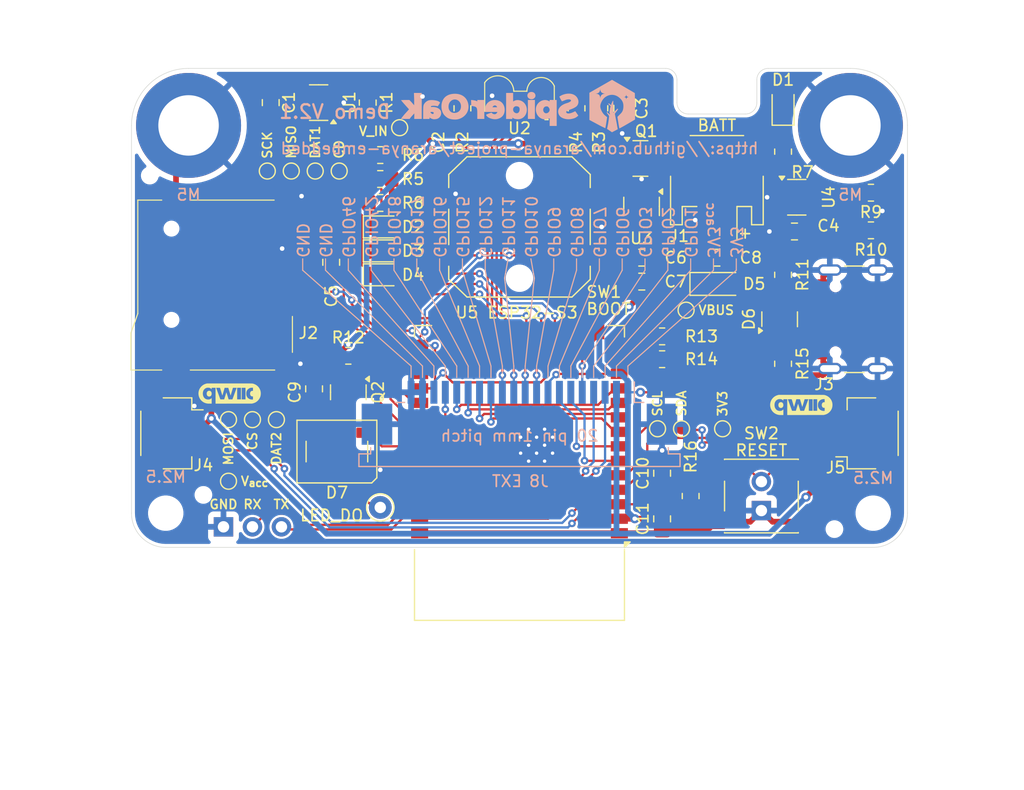
<source format=kicad_pcb>
(kicad_pcb (version 20241229) (generator "pcbnew") (generator_version "9.0")
  (layers (0 "F.Cu" signal) (2 "B.Cu" signal) (13 "F.Paste" user) (15 "B.Paste" user) (5 "F.SilkS" user "F.Silkscreen") (7 "B.SilkS" user "B.Silkscreen") (1 "F.Mask" user) (3 "B.Mask" user) (25 "Edge.Cuts" user))
  (net 0 "")
  (net 1 "VBUS")
  (net 2 "GND")
  (net 3 "/VBATT")
  (net 4 "Net-(U2-VCC)")
  (net 5 "+3V3")
  (net 6 "/V_{acc}")
  (net 7 "/USB_D-")
  (net 8 "/USB_D+")
  (net 9 "/~{RESET}")
  (net 10 "Net-(D1-K)")
  (net 11 "/LED_DI")
  (net 12 "/LED_DO")
  (net 14 "Net-(J3-CC2)")
  (net 15 "Net-(J3-CC1)")
  (net 17 "/SDA")
  (net 18 "/SCL")
  (net 19 "Net-(U2-IRED)")
  (net 20 "Net-(U4-STAT)")
  (net 21 "/~{IR1_EN}")
  (net 22 "/SD_DAT2")
  (net 23 "/SPI_CS")
  (net 24 "/SPI_MOSI")
  (net 25 "/SPI_SCK")
  (net 26 "/SPI_MISO")
  (net 27 "/SD_DAT1")
  (net 28 "/~{BOOT}")
  (net 29 "Net-(U4-PROG)")
  (net 30 "Net-(U5-USB_D-)")
  (net 31 "/GPIO2")
  (net 32 "/GPIO16")
  (net 33 "/GPIO15")
  (net 34 "/RXD0")
  (net 35 "/SPI_CD")
  (net 36 "/IR1_RX")
  (net 37 "/IR1_TX")
  (net 38 "/GPIO1")
  (net 39 "/GPIO7")
  (net 40 "/TXD0")
  (net 42 "Net-(U5-USB_D+)")
  (net 43 "/GPIO17")
  (net 44 "/GPIO6")
  (net 45 "/GPIO18")
  (net 46 "/GPIO8")
  (net 48 "/ACC_EN")
  (net 49 "/GPIO11")
  (net 50 "/GPIO12")
  (net 51 "/GPIO9")
  (net 52 "/GPIO10")
  (net 53 "/GPIO3")
  (net 54 "/GPIO46")
  (net 55 "/GPIO42")
  (net 56 "/V_IN")
  (net 57 "/~{LED_EN}")
  (net 58 "Net-(D7-VDD)")
  (net 59 "Net-(D2-K)")
  (net 60 "Net-(D3-K)")
  (net 61 "Net-(D4-K)")
  (footprint "Diode_SMD:D_SOD-123" (layer "F.Cu") (at 167.3 95.9)
    (property "Reference" "D5")
    (property "Value" "NRVB130T1G")
  )
  (footprint "Resistor_SMD:R_0805_2012Metric_Pad1.20x1.40mm_HandSolder" (layer "F.Cu") (at 137.8 88.8)
    (property "Reference" "R8")
    (property "Value" "2.2K")
  )
  (footprint "MountingHole:ToolingHole_1.152mm" (layer "F.Cu") (at 117.6 86.4)
    (property "Reference" "H3" (hide yes))
    (property "Value" "Tooling Hole")
  )
  (footprint "Capacitor_SMD:C_0805_2012Metric_Pad1.18x1.45mm_HandSolder" (layer "F.Cu") (at 162.5 116.5 -90)
    (property "Reference" "C11")
    (property "Value" "1u")
  )
  (footprint "TestPoint:TestPoint_Pad_D1.0mm" (layer "F.Cu") (at 162.1 108.6)
    (property "Reference" "TP10" (hide yes))
    (property "Value" "SCL")
  )
  (footprint "Package_TO_SOT_SMD:SOT-23-5" (layer "F.Cu") (at 132.4 80 180)
    (property "Reference" "U1")
    (property "Value" "TLV74333PDBV")
  )
  (footprint "SparkFun-Qwiic:qwiic_5.5mm" (layer "F.Cu") (at 174.7 106.5)
    (property "Reference" "G2" (hide yes))
    (property "Value" "qwiic_Logo" (hide yes))
  )
  (footprint "MountingHole:MountingHole_2.7mm_M2.5" (layer "F.Cu") (at 119 116)
    (property "Reference" "H5" (hide yes))
    (property "Value" "M2.5")
  )
  (footprint "Package_TO_SOT_SMD:SOT-23-5" (layer "F.Cu") (at 160.7 89.1 -90)
    (property "Reference" "U3")
    (property "Value" "TLV74333PDBV")
  )
  (footprint "TestPoint:TestPoint_Pad_D1.0mm" (layer "F.Cu") (at 164.6 98.2)
    (property "Reference" "TP6" (hide yes))
    (property "Value" "VBUS")
  )
  (footprint "TestPoint:TestPoint_THTPad_D2.0mm_Drill1.0mm" (layer "F.Cu") (at 137.8 115.5)
    (property "Reference" "TP14" (hide yes))
    (property "Value" "LED_DO")
  )
  (footprint "Resistor_SMD:R_0805_2012Metric_Pad1.20x1.40mm_HandSolder" (layer "F.Cu") (at 145 80.5 -90)
    (property "Reference" "R2")
    (property "Value" "47")
  )
  (footprint "Capacitor_SMD:C_0805_2012Metric_Pad1.18x1.45mm_HandSolder" (layer "F.Cu") (at 162.5 112.5 90)
    (property "Reference" "C10")
    (property "Value" "1u")
  )
  (footprint "Connector_JST:JST_PH_S2B-PH-SM4-TB_1x02-1MP_P2.00mm_Horizontal" (layer "F.Cu") (at 167.3 87.4 180)
    (property "Reference" "J1")
    (property "Value" "BATT")
  )
  (footprint "MountingHole:ToolingHole_1.152mm" (layer "F.Cu") (at 122.3 114.4)
    (property "Reference" "H4" (hide yes))
    (property "Value" "Tooling Hole")
  )
  (footprint "MountingHole:MountingHole_5.3mm_M5_DIN965_Pad" (layer "F.Cu") (at 179 82 180)
    (property "Reference" "H2" (hide yes))
    (property "Value" "M5")
  )
  (footprint "Package_TO_SOT_SMD:SOT-143" (layer "F.Cu") (at 172.8 99 90)
    (property "Reference" "D6")
    (property "Value" "PRTR5V0U2X")
  )
  (footprint "TestPoint:TestPoint_Pad_D1.0mm" (layer "F.Cu") (at 124.5 107.8)
    (property "Reference" "TP8" (hide yes))
    (property "Value" "MOSI")
  )
  (footprint "Resistor_SMD:R_0805_2012Metric_Pad1.20x1.40mm_HandSolder" (layer "F.Cu") (at 173.1 84.3 -90)
    (property "Reference" "R7")
    (property "Value" "2.2K")
  )
  (footprint "Connector_PinHeader_2.54mm:PinHeader_1x03_P2.54mm_Vertical" (layer "F.Cu") (at 124.06 117.2 90)
    (property "Reference" "J6" (hide yes))
    (property "Value" "CON")
  )
  (footprint "Resistor_SMD:R_0805_2012Metric_Pad1.20x1.40mm_HandSolder" (layer "F.Cu") (at 155 80.5 -90)
    (property "Reference" "R4")
    (property "Value" "10")
  )
  (footprint "Capacitor_SMD:C_0805_2012Metric_Pad1.18x1.45mm_HandSolder" (layer "F.Cu") (at 132 105.1 90)
    (property "Reference" "C9")
    (property "Value" "1u")
  )
  (footprint "TestPoint:TestPoint_Pad_D1.0mm" (layer "F.Cu") (at 126.6 107.8)
    (property "Reference" "TP7" (hide yes))
    (property "Value" "CS")
  )
  (footprint "Connector_JST:JST_SH_SM04B-SRSS-TB_1x04-1MP_P1.00mm_Horizontal" (layer "F.Cu") (at 119.5 109 -90)
    (property "Reference" "J4")
    (property "Value" "Qwiic 1")
  )
  (footprint "Resistor_SMD:R_0805_2012Metric_Pad1.20x1.40mm_HandSolder" (layer "F.Cu") (at 173.1 102.9 -90)
    (property "Reference" "R15")
    (property "Value" "5.1K")
  )
  (footprint "LED_SMD:LED_0805_2012Metric" (layer "F.Cu") (at 138 90.9)
    (property "Reference" "D2")
    (property "Value" "S1")
  )
  (footprint "Capacitor_SMD:C_0805_2012Metric_Pad1.18x1.45mm_HandSolder" (layer "F.Cu") (at 174.1 91.3 180)
    (property "Reference" "C4")
    (property "Value" "4.7u")
  )
  (footprint "Resistor_SMD:R_0805_2012Metric_Pad1.20x1.40mm_HandSolder" (layer "F.Cu") (at 136.7 80 -90)
    (property "Reference" "R1")
    (property "Value" "47K")
  )
  (footprint "TestPoint:TestPoint_Pad_D1.0mm" (layer "F.Cu") (at 124.5 113.2)
    (property "Reference" "TP13" (hide yes))
    (property "Value" "V_{acc}")
  )
  (footprint "Resistor_SMD:R_0805_2012Metric_Pad1.20x1.40mm_HandSolder" (layer "F.Cu") (at 165 114.5 90)
    (property "Reference" "R16")
    (property "Value" "47K")
  )
  (footprint "Capacitor_SMD:C_0805_2012Metric_Pad1.18x1.45mm_HandSolder" (layer "F.Cu") (at 159 80.5 -90)
    (property "Reference" "C3")
    (property "Value" "4.7u")
  )
  (footprint "Resistor_SMD:R_0805_2012Metric_Pad1.20x1.40mm_HandSolder" (layer "F.Cu") (at 173.1 95.1 90)
    (property "Reference" "R11")
    (property "Value" "5.1K")
  )
  (footprint "SparkFun-Qwiic:qwiic_5.5mm" (layer "F.Cu") (at 124.6 105.5)
    (property "Reference" "G1" (hide yes))
    (property "Value" "qwiic_Logo" (hide yes))
  )
  (footprint "Package_TO_SOT_SMD:SOT-23" (layer "F.Cu") (at 135 105.4 -90)
    (property "Reference" "Q2")
    (property "Value" "SI2301")
  )
  (footprint "Capacitor_SMD:C_0805_2012Metric_Pad1.18x1.45mm_HandSolder" (layer "F.Cu") (at 160.716895 93.596278 180)
    (property "Reference" "C6")
    (property "Value" "4.7u")
  )
  (footprint "LED_SMD:LED_0805_2012Metric" (layer "F.Cu") (at 138 93)
    (property "Reference" "D3")
    (property "Value" "S2")
  )
  (footprint "Resistor_SMD:R_0805_2012Metric_Pad1.20x1.40mm_HandSolder" (layer "F.Cu") (at 180.8 91.2)
    (property "Reference" "R10")
    (property "Value" "47K")
  )
  (footprint "TestPoint:TestPoint_Pad_D1.0mm" (layer "F.Cu") (at 164.2 108.6)
    (property "Reference" "TP11" (hide yes))
    (property "Value" "SDA")
  )
  (footprint "Connector_JST:JST_SH_SM04B-SRSS-TB_1x04-1MP_P1.00mm_Horizontal" (layer "F.Cu") (at 180.5 109 90)
    (property "Reference" "J5")
    (property "Value" "Qwiic 2")
  )
  (footprint "Connector_PinHeader_2.54mm:PinHeader_1x02_P2.54mm_Vertical" (layer "F.Cu") (at 171.2 115.775 180)
    (property "Reference" "J7" (hide yes))
    (property "Value" "RESET" (hide yes))
  )
  (footprint "Button_Switch_SMD:SW_SPST_PTS645" (layer "F.Cu") (at 171.2 114.5 180)
    (property "Reference" "SW2")
    (property "Value" "RESET")
  )
  (footprint "TestPoint:TestPoint_Pad_D1.0mm" (layer "F.Cu") (at 132.1 86)
    (property "Reference" "TP4" (hide yes))
    (property "Value" "DAT1")
  )
  (footprint "LED_SMD:LED_0805_2012Metric" (layer "F.Cu") (at 173.1 80.3 90)
    (property "Reference" "D1")
    (property "Value" "CHG")
  )
  (footprint "TestPoint:TestPoint_Pad_D1.0mm" (layer "F.Cu") (at 130 86)
    (property "Reference" "TP3" (hide yes))
    (property "Value" "MISO")
  )
  (footprint "RF_Module:ESP32-S3-WROOM-1" (layer "F.Cu") (at 150 112.5 180)
    (property "Reference" "U5")
    (property "Value" "ESP32-S3-WROOM-1")
  )
  (footprint "TestPoint:TestPoint_Pad_D1.0mm" (layer "F.Cu") (at 127.9 86)
    (property "Reference" "TP2" (hide yes))
    (property "Value" "SCK")
  )
  (footprint "TestPoint:TestPoint_Pad_D1.0mm" (layer "F.Cu") (at 134.2 86)
    (property "Reference" "TP5" (hide yes))
    (property "Value" "CD")
  )
  (footprint "custom8:TFBS4711" (layer "F.Cu") (at 150 80.5 180)
    (property "Reference" "U2")
    (property "Value" "TFBS4711")
  )
  (footprint "MountingHole:MountingHole_5.3mm_M5_DIN965_Pad" (layer "F.Cu") (at 121 82 180)
    (property "Reference" "H1" (hide yes))
    (property "Value" "M5")
  )
  (footprint "Resistor_SMD:R_0805_2012Metric_Pad1.20x1.40mm_HandSolder" (layer "F.Cu") (at 137.8 86.7)
    (property "Reference" "R5")
    (property "Value" "2.2K")
  )
  (footprint "Button_Switch_SMD:SW_Push_1P1T_NO_CK_PTS125Sx43PSMTR" (layer "F.Cu") (at 150 90.9)
    (property "Reference" "SW1")
    (property "Value" "BOOT")
  )
  (footprint "Resistor_SMD:R_0805_2012Metric_Pad1.20x1.40mm_HandSolder" (layer "F.Cu") (at 135 102.2)
    (property "Reference" "R12")
    (property "Value" "47K")
  )
  (footprint "Capacitor_SMD:C_0805_2012Metric_Pad1.18x1.45mm_HandSolder" (layer "F.Cu") (at 142.9 80.5 90)
    (property "Reference" "C2")
    (property "Value" "1u")
  )
  (footprint "TestPoint:TestPoint_Pad_D1.0mm" (layer "F.Cu") (at 167.8 108.6)
    (property "Reference" "TP12" (hide yes))
    (property "Value" "3V3")
  )
  (footprint "LED_SMD:LED_WS2812B_PLCC4_5.0x5.0mm_P3.2mm" (layer "F.Cu") (at 134 110.6)
    (property "Reference" "D7")
    (property "Value" "WS2812B")
  )
  (footprint "MountingHole:MountingHole_2.7mm_M2.5" (layer "F.Cu") (at 181 116)
    (property "Reference" "H6" (hide yes))
    (property "Value" "M2.5")
  )
  (footprint "Resistor_SMD:R_0805_2012Metric_Pad1.20x1.40mm_HandSolder" (layer "F.Cu") (at 162.5 100.5)
    (property "Reference" "R13")
    (property "Value" "22")
  )
  (footprint "Capacitor_SMD:C_0805_2012Metric_Pad1.18x1.45mm_HandSolder" (layer "F.Cu") (at 160.716895 95.696278 180)
    (property "Reference" "C7")
    (property "Value" "4.7u")
  )
  (footprint "custom8:MSD-4-A" (layer "F.Cu") (at 123.2 96 -90)
    (property "Reference" "J2")
    (property "Value" "Micro SD")
  )
  (footprint "TestPoint:TestPoint_Pad_D1.0mm" (layer "F.Cu") (at 128.7 107.8)
    (property "Reference" "TP9" (hide yes))
    (property "Value" "DAT2")
  )
  (footprint "MountingHole:ToolingHole_1.152mm" (layer "F.Cu") (at 177.6 117.4)
    (property "Reference" "H7" (hide yes))
    (property "Value" "Tooling Hole")
  )
  (footprint "Capacitor_SMD:C_0805_2012Metric_Pad1.18x1.45mm_HandSolder" (layer "F.Cu") (at 167.3 93.6 180)
    (property "Reference" "C8")
    (property "Value" "4.7u")
  )
  (footprint "Capacitor_SMD:C_0805_2012Metric_Pad1.18x1.45mm_HandSolder" (layer "F.Cu") (at 133.5 94 90)
    (property "Reference" "C5")
    (property "Value" "1u")
  )
  (footprint "Capacitor_SMD:C_0805_2012Metric_Pad1.18x1.45mm_HandSolder" (layer "F.Cu") (at 128.2 80 90)
    (property "Reference" "C1")
    (property "Value" "4.7u")
  )
  (footprint "Resistor_SMD:R_0805_2012Metric_Pad1.20x1.40mm_HandSolder" (layer "F.Cu") (at 157 80.5 -90)
    (property "Reference" "R3")
    (property "Value" "47K")
  )
  (footprint "Package_TO_SOT_SMD:SOT-23" (layer "F.Cu") (at 160.6 84.9)
    (property "Reference" "Q1")
    (property "Value" "SI2301")
  )
  (footprint "Connector_USB:USB_C_Receptacle_GCT_USB4105-xx-A_16P_TopMnt_Horizontal" (layer "F.Cu") (at 180.3 99 90)
    (property "Reference" "J3")
    (property "Value" "USB_C_Receptacle_USB2.0_16P")
  )
  (footprint "Resistor_SMD:R_0805_2012Metric_Pad1.20x1.40mm_HandSolder" (layer "F.Cu") (at 137.8 84.6)
    (property "Reference" "R6")
    (property "Value" "2.2K")
  )
  (footprint "TestPoint:TestPoint_Pad_D1.0mm" (layer "F.Cu") (at 139.5 82.2)
    (property "Reference" "TP1" (hide yes))
    (property "Value" "V_IN")
  )
  (footprint "LED_SMD:LED_0805_2012Metric" (layer "F.Cu") (at 138 95.1)
    (property "Reference" "D4")
    (property "Value" "S3")
  )
  (footprint "Resistor_SMD:R_0805_2012Metric_Pad1.20x1.40mm_HandSolder" (layer "F.Cu") (at 180.8 87.9)
    (property "Reference" "R9")
    (property "Value" "2.2K")
  )
  (footprint "Package_TO_SOT_SMD:SOT-23-5" (layer "F.Cu") (at 174.3 88.3)
    (property "Reference" "U4")
    (property "Value" "MCP73831-2-OT")
  )
  (footprint "Resistor_SMD:R_0805_2012Metric_Pad1.20x1.40mm_HandSolder" (layer "F.Cu") (at 162.5 102.5)
    (property "Reference" "R14")
    (property "Value" "22")
  )
  (footprint "custom8:SpiderOak_Logo" (layer "B.Cu") (at 150 80.706056 180)
    (property "Reference" "G3" (hide yes))
    (property "Value" "SpiderOak Logo")
  )
  (footprint "Connector_FFC-FPC:TE_2-84953-0_1x20-1MP_P1.0mm_Horizontal" (layer "B.Cu") (at 150 107.2 180)
    (property "Reference" "J8")
    (property "Value" "EXT")
  )
  (gr_line (start 146.5 104.1) (end 146.5 103.1) (stroke (width 0.1)) (layer "B.SilkS"))
  (gr_line (start 150.5 104.1) (end 150.5 103.1) (stroke (width 0.1)) (layer "B.SilkS"))
  (gr_line (start 139 94.7) (end 144.5 103.1) (stroke (width 0.1)) (layer "B.SilkS"))
  (gr_line (start 169 94.7) (end 159.5 103.1) (stroke (width 0.1)) (layer "B.SilkS"))
  (gr_line (start 153 93.7) (end 153 94.7) (stroke (width 0.1)) (layer "B.SilkS"))
  (gr_line (start 141 94.7) (end 145.5 103.1) (stroke (width 0.1)) (layer "B.SilkS"))
  (gr_line (start 153.5 104.1) (end 153.5 103.1) (stroke (width 0.1)) (layer "B.SilkS"))
  (gr_line (start 163 94.7) (end 156.5 103.1) (stroke (width 0.1)) (layer "B.SilkS"))
  (gr_line (start 158.5 104.1) (end 158.5 103.1) (stroke (width 0.1)) (layer "B.SilkS"))
  (gr_line (start 141.5 104.1) (end 141.5 103.1) (stroke (width 0.1)) (layer "B.SilkS"))
  (gr_line (start 131 93.7) (end 131 94.7) (stroke (width 0.1)) (layer "B.SilkS"))
  (gr_line (start 131 94.7) (end 140.5 103.1) (stroke (width 0.1)) (layer "B.SilkS"))
  (gr_line (start 169 93.7) (end 169 94.7) (stroke (width 0.1)) (layer "B.SilkS"))
  (gr_line (start 155.5 104.1) (end 155.5 103.1) (stroke (width 0.1)) (layer "B.SilkS"))
  (gr_line (start 147.5 104.1) (end 147.5 103.1) (stroke (width 0.1)) (layer "B.SilkS"))
  (gr_line (start 145 94.7) (end 147.5 103.1) (stroke (width 0.1)) (layer "B.SilkS"))
  (gr_line (start 142.5 104.1) (end 142.5 103.1) (stroke (width 0.1)) (layer "B.SilkS"))
  (gr_line (start 141 93.7) (end 141 94.7) (stroke (width 0.1)) (layer "B.SilkS"))
  (gr_line (start 159 93.7) (end 159 94.7) (stroke (width 0.1)) (layer "B.SilkS"))
  (gr_line (start 133 94.7) (end 141.5 103.1) (stroke (width 0.1)) (layer "B.SilkS"))
  (gr_line (start 165 93.7) (end 165 94.7) (stroke (width 0.1)) (layer "B.SilkS"))
  (gr_line (start 133 93.7) (end 133 94.7) (stroke (width 0.1)) (layer "B.SilkS"))
  (gr_line (start 149 93.7) (end 148.7 95.4) (stroke (width 0.1)) (layer "B.SilkS"))
  (gr_line (start 149.5 104.1) (end 149.5 103.1) (stroke (width 0.1)) (layer "B.SilkS"))
  (gr_line (start 143.5 104.1) (end 143.5 103.1) (stroke (width 0.1)) (layer "B.SilkS"))
  (gr_line (start 143 93.7) (end 143 94.7) (stroke (width 0.1)) (layer "B.SilkS"))
  (gr_line (start 154.5 104.1) (end 154.5 103.1) (stroke (width 0.1)) (layer "B.SilkS"))
  (gr_line (start 165 94.7) (end 157.5 103.1) (stroke (width 0.1)) (layer "B.SilkS"))
  (gr_line (start 151 93.7) (end 151.3 95.4) (stroke (width 0.1)) (layer "B.SilkS"))
  (gr_line (start 135 94.7) (end 142.5 103.1) (stroke (width 0.1)) (layer "B.SilkS"))
  (gr_line (start 140.5 104.1) (end 140.5 103.1) (stroke (width 0.1)) (layer "B.SilkS"))
  (gr_line (start 155 93.7) (end 155 94.7) (stroke (width 0.1)) (layer "B.SilkS"))
  (gr_line (start 147 94.7) (end 148.5 103.1) (stroke (width 0.1)) (layer "B.SilkS"))
  (gr_line (start 159 94.7) (end 154.5 103.1) (stroke (width 0.1)) (layer "B.SilkS"))
  (gr_line (start 156.5 104.1) (end 156.5 103.1) (stroke (width 0.1)) (layer "B.SilkS"))
  (gr_line (start 167 94.7) (end 158.5 103.1) (stroke (width 0.1)) (layer "B.SilkS"))
  (gr_line (start 163 93.7) (end 163 94.7) (stroke (width 0.1)) (layer "B.SilkS"))
  (gr_line (start 143 94.7) (end 146.5 103.1) (stroke (width 0.1)) (layer "B.SilkS"))
  (gr_line (start 159.5 104.1) (end 159.5 103.1) (stroke (width 0.1)) (layer "B.SilkS"))
  (gr_line (start 135 93.7) (end 135 94.7) (stroke (width 0.1)) (layer "B.SilkS"))
  (gr_line (start 155 94.7) (end 152.5 103.1) (stroke (width 0.1)) (layer "B.SilkS"))
  (gr_line (start 137 94.7) (end 143.5 103.1) (stroke (width 0.1)) (layer "B.SilkS"))
  (gr_line (start 137 93.7) (end 137 94.7) (stroke (width 0.1)) (layer "B.SilkS"))
  (gr_line (start 148.5 104.1) (end 148.5 103.1) (stroke (width 0.1)) (layer "B.SilkS"))
  (gr_line (start 167 93.7) (end 167 94.7) (stroke (width 0.1)) (layer "B.SilkS"))
  (gr_line (start 144.5 104.1) (end 144.5 103.1) (stroke (width 0.1)) (layer "B.SilkS"))
  (gr_line (start 145 93.7) (end 145 94.7) (stroke (width 0.1)) (layer "B.SilkS"))
  (gr_line (start 157.5 104.1) (end 157.5 103.1) (stroke (width 0.1)) (layer "B.SilkS"))
  (gr_line (start 147 93.7) (end 147 94.7) (stroke (width 0.1)) (layer "B.SilkS"))
  (gr_line (start 157 94.7) (end 153.5 103.1) (stroke (width 0.1)) (layer "B.SilkS"))
  (gr_line (start 161 93.7) (end 161 94.7) (stroke (width 0.1)) (layer "B.SilkS"))
  (gr_line (start 161 94.7) (end 155.5 103.1) (stroke (width 0.1)) (layer "B.SilkS"))
  (gr_line (start 157 93.7) (end 157 94.7) (stroke (width 0.1)) (layer "B.SilkS"))
  (gr_line (start 145.5 104.1) (end 145.5 103.1) (stroke (width 0.1)) (layer "B.SilkS"))
  (gr_line (start 152.5 104.1) (end 152.5 103.1) (stroke (width 0.1)) (layer "B.SilkS"))
  (gr_line (start 153 94.7) (end 151.5 103.1) (stroke (width 0.1)) (layer "B.SilkS"))
  (gr_line (start 151.5 104.1) (end 151.5 103.1) (stroke (width 0.1)) (layer "B.SilkS"))
  (gr_line (start 148.7 95.4) (end 149.5 103.1) (stroke (width 0.1)) (layer "B.SilkS"))
  (gr_line (start 139 93.7) (end 139 94.7) (stroke (width 0.1)) (layer "B.SilkS"))
  (gr_line (start 151.3 95.4) (end 150.5 103.1) (stroke (width 0.1)) (layer "B.SilkS"))
  (gr_arc (start 164.8 81) (mid 164.092893 80.707107) (end 163.8 80) (stroke (width 0.05)) (layer "Edge.Cuts"))
  (gr_arc (start 170.8 78) (mid 171.092893 77.292893) (end 171.8 77) (stroke (width 0.05)) (layer "Edge.Cuts"))
  (gr_arc (start 119 119) (mid 116.87868 118.12132) (end 116 116) (stroke (width 0.05)) (layer "Edge.Cuts"))
  (gr_line (start 184 82) (end 184 116) (stroke (width 0.05)) (layer "Edge.Cuts"))
  (gr_line (start 181 119) (end 119 119) (stroke (width 0.05)) (layer "Edge.Cuts"))
  (gr_arc (start 162.8 77) (mid 163.507107 77.292893) (end 163.8 78) (stroke (width 0.05)) (layer "Edge.Cuts"))
  (gr_line (start 170.8 80) (end 170.8 78) (stroke (width 0.05)) (layer "Edge.Cuts"))
  (gr_arc (start 184 116) (mid 183.12132 118.12132) (end 181 119) (stroke (width 0.05)) (layer "Edge.Cuts"))
  (gr_line (start 171.8 77) (end 179 77) (stroke (width 0.05)) (layer "Edge.Cuts"))
  (gr_line (start 163.8 80) (end 163.8 78) (stroke (width 0.05)) (layer "Edge.Cuts"))
  (gr_arc (start 179 77) (mid 182.535534 78.464466) (end 184 82) (stroke (width 0.05)) (layer "Edge.Cuts"))
  (gr_arc (start 116 82) (mid 117.464466 78.464466) (end 121 77) (stroke (width 0.05)) (layer "Edge.Cuts"))
  (gr_line (start 169.8 81) (end 164.8 81) (stroke (width 0.05)) (layer "Edge.Cuts"))
  (gr_line (start 116 116) (end 116 82) (stroke (width 0.05)) (layer "Edge.Cuts"))
  (gr_line (start 121 77) (end 162.8 77) (stroke (width 0.05)) (layer "Edge.Cuts"))
  (gr_arc (start 170.8 80) (mid 170.507107 80.707107) (end 169.8 81) (stroke (width 0.05)) (layer "Edge.Cuts"))
  (gr_text "ESP32-S3" (at 147.1 99 0) (layer "F.SilkS") (effects (font (size 1 1)) (justify left bottom)))
  (gr_text "GND" (at 124.06 115.7 0) (layer "F.SilkS") (effects (font (size 0.8 0.8)) (justify bottom)))
  (gr_text "+" (at 169.06 92 0) (layer "F.SilkS") (effects (font (size 1 1)) (justify left bottom)))
  (gr_text "RX" (at 126.6 115.7 0) (layer "F.SilkS") (effects (font (size 0.8 0.8)) (justify bottom)))
  (gr_text "TX" (at 129.14 115.7 0) (layer "F.SilkS") (effects (font (size 0.8 0.8)) (justify bottom)))
  (gr_text "GPIO10" (at 151 93.7 270) (layer "B.SilkS") (effects (font (size 1 1) (thickness 0.15) (bold yes)) (justify left mirror)))
  (gr_text "GPIO11" (at 149 93.7 270) (layer "B.SilkS") (effects (font (size 1 1) (thickness 0.15) (bold yes)) (justify left mirror)))
  (gr_text "GND" (at 133 93.7 270) (layer "B.SilkS") (effects (font (size 1 1) (thickness 0.15) (bold yes)) (justify left mirror)))
  (gr_text "M5" (at 121 87.5 0) (layer "B.SilkS") (effects (font (size 1 1)) (justify top mirror)))
  (gr_text "M2.5" (at 181 113.5 0) (layer "B.SilkS") (effects (font (size 1 1)) (justify bottom mirror)))
  (gr_text "GPIO18" (at 139 93.7 270) (layer "B.SilkS") (effects (font (size 1 1) (thickness 0.15) (bold yes)) (justify left mirror)))
  (gr_text "GPIO7" (at 157 93.7 270) (layer "B.SilkS") (effects (font (size 1 1) (thickness 0.15) (bold yes)) (justify left mirror)))
  (gr_text "M5" (at 179 87.5 0) (layer "B.SilkS") (effects (font (size 1 1)) (justify top mirror)))
  (gr_text "3V3_{acc}" (at 167 93.7 270) (layer "B.SilkS") (effects (font (size 1 1) (thickness 0.15) (bold yes)) (justify left mirror)))
  (gr_text "GPIO12" (at 147 93.7 270) (layer "B.SilkS") (effects (font (size 1 1) (thickness 0.15) (bold yes)) (justify left mirror)))
  (gr_text "GND" (at 131 93.7 270) (layer "B.SilkS") (effects (font (size 1 1) (thickness 0.15) (bold yes)) (justify left mirror)))
  (gr_text "GPIO16" (at 143 93.7 270) (layer "B.SilkS") (effects (font (size 1 1) (thickness 0.15) (bold yes)) (justify left mirror)))
  (gr_text "GPIO1" (at 165 93.7 270) (layer "B.SilkS") (effects (font (size 1 1) (thickness 0.15) (bold yes)) (justify left mirror)))
  (gr_text "3V3" (at 169 93.7 270) (layer "B.SilkS") (effects (font (size 1 1) (thickness 0.15) (bold yes)) (justify left mirror)))
  (gr_text "GPIO15" (at 145 93.7 270) (layer "B.SilkS") (effects (font (size 1 1) (thickness 0.15) (bold yes)) (justify left mirror)))
  (gr_text "GPIO3" (at 161 93.7 270) (layer "B.SilkS") (effects (font (size 1 1) (thickness 0.15) (bold yes)) (justify left mirror)))
  (gr_text "Demo V2.1" (at 138.8 81.5 0) (layer "B.SilkS") (effects (font (size 1.2 1.2) (thickness 0.2)) (justify left bottom mirror)))
  (gr_text "GPIO6" (at 159 93.7 270) (layer "B.SilkS") (effects (font (size 1 1) (thickness 0.15) (bold yes)) (justify left mirror)))
  (gr_text "https://github.com/aranya-project/aranya-embedded" (at 150 84.6 0) (layer "B.SilkS") (effects (font (size 1 1)) (justify bottom mirror)))
  (gr_text "M2.5" (at 119 113.4 0) (layer "B.SilkS") (effects (font (size 1 1)) (justify bottom mirror)))
  (gr_text "GPIO8" (at 155 93.7 270) (layer "B.SilkS") (effects (font (size 1 1) (thickness 0.15) (bold yes)) (justify left mirror)))
  (gr_text "GPIO46" (at 135 93.7 270) (layer "B.SilkS") (effects (font (size 1 1) (thickness 0.15) (bold yes)) (justify left mirror)))
  (gr_text "20 pin 1mm pitch" (at 150 109.8 0) (layer "B.SilkS") (effects (font (size 1 1)) (justify bottom mirror)))
  (gr_text "GPIO42" (at 137 93.7 270) (layer "B.SilkS") (effects (font (size 1 1) (thickness 0.15) (bold yes)) (justify left mirror)))
  (gr_text "GPIO17" (at 141 93.7 270) (layer "B.SilkS") (effects (font (size 1 1) (thickness 0.15) (bold yes)) (justify left mirror)))
  (gr_text "GPIO9" (at 153 93.7 270) (layer "B.SilkS") (effects (font (size 1 1) (thickness 0.15) (bold yes)) (justify left mirror)))
  (gr_text "GPIO2" (at 163 93.7 270) (layer "B.SilkS") (effects (font (size 1 1) (thickness 0.15) (bold yes)) (justify left mirror)))
  (segment (start 172.1 80.4625) (end 173.1 79.4625) (width 0.2) (layer "F.Cu") (net 1))
  (segment (start 164.7 98.2) (end 164.6 98.2) (width 0.2) (layer "F.Cu") (net 1))
  (segment (start 171.85 98) (end 171.85 93.45) (width 0.5) (layer "F.Cu") (net 1))
  (segment (start 174.3 88.4125) (end 174.3 84.9) (width 0.2) (layer "F.Cu") (net 1))
  (segment (start 175.0375 89.35) (end 175.1375 89.25) (width 0.5) (layer "F.Cu") (net 1))
  (segment (start 174.3 84.9) (end 173.7 84.3) (width 0.2) (layer "F.Cu") (net 1))
  (segment (start 172.1 81.9) (end 172.1 80.4625) (width 0.2) (layer "F.Cu") (net 1))
  (segment (start 172.6 92.7) (end 175.0375 92.7) (width 0.5) (layer "F.Cu") (net 1))
  (segment (start 176.62 96.6) (end 175.9909 96.6) (width 0.5) (layer "F.Cu") (net 1))
  (segment (start 173.7 84.3) (end 172.5 84.3) (width 0.2) (layer "F.Cu") (net 1))
  (segment (start 175.1375 89.25) (end 174.3 88.4125) (width 0.2) (layer "F.Cu") (net 1))
  (segment (start 171.85 93.45) (end 172.6 92.7) (width 0.5) (layer "F.Cu") (net 1))
  (segment (start 175.0375 95.6466) (end 175.0375 92.7) (width 0.5) (layer "F.Cu") (net 1))
  (segment (start 172.1 83.9) (end 172.1 81.9) (width 0.2) (layer "F.Cu") (net 1))
  (segment (start 175.1375 89.25) (end 175.4375 89.25) (width 0.5) (layer "F.Cu") (net 1))
  (segment (start 175.0375 91.2) (end 175.0375 89.35) (width 0.5) (layer "F.Cu") (net 1))
  (segment (start 179.7 91.3) (end 179.8 91.2) (width 0.2) (layer "F.Cu") (net 1))
  (segment (start 172.5 84.3) (end 172.1 83.9) (width 0.2) (layer "F.Cu") (net 1))
  (segment (start 175.0375 92.7) (end 175.0375 91.4) (width 0.5) (layer "F.Cu") (net 1))
  (segment (start 161.25 83.95) (end 159.6625 83.95) (width 0.2) (layer "F.Cu") (net 1))
  (segment (start 175.0375 91.4) (end 175.1375 91.3) (width 0.5) (layer "F.Cu") (net 1))
  (segment (start 163.3 81.9) (end 161.25 83.95) (width 0.2) (layer "F.Cu") (net 1))
  (segment (start 167 95.9) (end 164.7 98.2) (width 0.2) (layer "F.Cu") (net 1))
  (segment (start 168.95 95.9) (end 169.4 95.9) (width 0.5) (layer "F.Cu") (net 1))
  (segment (start 175.1375 91.3) (end 175.0375 91.2) (width 0.5) (layer "F.Cu") (net 1))
  (segment (start 168.95 95.9) (end 167 95.9) (width 0.2) (layer "F.Cu") (net 1))
  (segment (start 172.1 81.9) (end 163.3 81.9) (width 0.2) (layer "F.Cu") (net 1))
  (segment (start 175.1375 91.3) (end 179.7 91.3) (width 0.2) (layer "F.Cu") (net 1))
  (segment (start 169.4 95.9) (end 171.85 93.45) (width 0.5) (layer "F.Cu") (net 1))
  (segment (start 173.1 79.4625) (end 173.1 79.3625) (width 0.2) (layer "F.Cu") (net 1))
  (segment (start 175.9909 96.6) (end 175.0375 95.6466) (width 0.5) (layer "F.Cu") (net 1))
  (segment (start 121.5 107.5) (end 121.5 106.6) (width 0.5) (layer "F.Cu") (net 2))
  (segment (start 133.5375 80) (end 134.6 80) (width 0.5) (layer "F.Cu") (net 2))
  (segment (start 130.5 92.75) (end 129.25 92.75) (width 0.5) (layer "F.Cu") (net 2))
  (segment (start 170.225 116.75) (end 171.2 115.775) (width 0.5) (layer "F.Cu") (net 2))
  (segment (start 119.9 88.25) (end 119.9 83.1) (width 0.5) (layer "F.Cu") (net 2))
  (segment (start 157.2 88.45) (end 157.15 88.4) (width 0.5) (layer "F.Cu") (net 2))
  (segment (start 171.2 115.775) (end 172.175 116.75) (width 0.5) (layer "F.Cu") (net 2))
  (segment (start 119.9 83.1) (end 121 82) (width 0.5) (layer "F.Cu") (net 2))
  (segment (start 159.679395 93.379395) (end 159.679395 93.596278) (width 0.5) (layer "F.Cu") (net 2))
  (segment (start 130.7 88.2) (end 130.65 88.25) (width 0.5) (layer "F.Cu") (net 2))
  (segment (start 130.8 102.9) (end 129.5 102.9) (width 0.5) (layer "F.Cu") (net 2))
  (segment (start 136.45 112.25) (end 137.75 112.25) (width 0.5) (layer "F.Cu") (net 2))
  (segment (start 181.8 89.5) (end 181.8 91.2) (width 0.5) (layer "F.Cu") (net 2))
  (segment (start 175.18 116.75) (end 178.5 113.43) (width 0.5) (layer "F.Cu") (net 2))
  (segment (start 129.4375 80) (end 133.5375 80) (width 0.5) (layer "F.Cu") (net 2))
  (segment (start 166.4325 117.5375) (end 167.22 116.75) (width 0.5) (layer "F.Cu") (net 2))
  (segment (start 173.1625 88.3) (end 171.7 88.3) (width 0.5) (layer "F.Cu") (net 2))
  (segment (start 141.5 79.4625) (end 142.9 79.4625) (width 0.5) (layer "F.Cu") (net 2))
  (segment (start 172.05 100) (end 171.9 100.15) (width 0.5) (layer "F.Cu") (net 2))
  (segment (start 128.2 78.9625) (end 128.4 78.9625) (width 0.5) (layer "F.Cu") (net 2))
  (segment (start 138.8 88.8) (end 142.45 88.8) (width 0.5) (layer "F.Cu") (net 2))
  (segment (start 147.625 79.425) (end 147.625 80.5) (width 0.5) (layer "F.Cu") (net 2))
  (segment (start 119.9 105) (end 121.5 106.6) (width 0.5) (layer "F.Cu") (net 2))
  (segment (start 173.1 103.9) (end 176.615 103.9) (width 0.5) (layer "F.Cu") (net 2))
  (segment (start 133.5 92.9625) (end 133.2875 92.75) (width 0.5) (layer "F.Cu") (net 2))
  (segment (start 129.5 102.9) (end 129.45 102.85) (width 0.5) (layer "F.Cu") (net 2))
  (segment (start 162.2775 117.76) (end 162.5 117.5375) (width 0.5) (layer "F.Cu") (net 2))
  (segment (start 142.85 88.4) (end 143.25 88) (width 0.5) (layer "F.Cu") (net 2))
  (segment (start 171.9 100.15) (end 171.9 102.7) (width 0.5) (layer "F.Cu") (net 2))
  (segment (start 159 81.5375) (end 159 82.7) (width 0.5) (layer "F.Cu") (net 2))
  (segment (start 130.9 88.2) (end 130.7 88.2) (width 0.5) (layer "F.Cu") (net 2))
  (segment (start 166.2625 90.2875) (end 166.2625 93.6) (width 0.5) (layer "F.Cu") (net 2))
  (segment (start 173.103053 94.1) (end 174.101345 95.098292) (width 0.5) (layer "F.Cu") (net 2))
  (segment (start 134.6 80) (end 135.6 80) (width 0.5) (layer "F.Cu") (net 2))
  (segment (start 138.8 84.6) (end 138.8 86.7) (width 0.5) (layer "F.Cu") (net 2))
  (segment (start 136.6 81) (end 136.7 81) (width 0.5) (layer "F.Cu") (net 2))
  (segment (start 119.9 103.75) (end 119.9 105) (width 0.5) (layer "F.Cu") (net 2))
  (segment (start 167.22 116.75) (end 170.225 116.75) (width 0.5) (layer "F.Cu") (net 2))
  (segment (start 157.2 90.9) (end 159.679395 93.379395) (width 0.5) (layer "F.Cu") (net 2))
  (segment (start 162.5 110.5) (end 162.5 111.4625) (width 0.5) (layer "F.Cu") (net 2))
  (segment (start 162.5 117.5375) (end 166.4325 117.5375) (width 0.5) (layer "F.Cu") (net 2))
  (segment (start 138.8 86.7) (end 138.8 88.8) (width 0.5) (layer "F.Cu") (net 2))
  (segment (start 165.45 90.25) (end 165.4 90.3) (width 0.5) (layer "F.Cu") (net 2))
  (segment (start 141.25 117.76) (end 158.75 117.76) (width 0.5) (layer "F.Cu") (net 2))
  (segment (start 166.3 90.25) (end 165.45 90.25) (width 0.5) (layer "F.Cu") (net 2))
  (segment (start 143.25 88) (end 144.4 88) (width 0.5) (layer "F.Cu") (net 2))
  (segment (start 157.2 90.9) (end 157.2 88.45) (width 0.5) (layer "F.Cu") (net 2))
  (segment (start 142.45 88.8) (end 142.85 88.4) (width 0.5) (layer "F.Cu") (net 2))
  (segment (start 129.25 92.75) (end 129.2 92.8) (width 0.5) (layer "F.Cu") (net 2))
  (segment (start 128.4 78.9625) (end 129.4375 80) (width 0.5) (layer "F.Cu") (net 2))
  (segment (start 147.6 79.4) (end 147.625 79.425) (width 0.5) (layer "F.Cu") (net 2))
  (segment (start 181.8 87.9) (end 181.8 89.5) (width 0.5) (layer "F.Cu") (net 2))
  (segment (start 130.8 102.9) (end 130.8375 102.9) (width 0.5) (layer "F.Cu") (net 2))
  (segment (start 172.175 116.75) (end 175.18 116.75) (width 0.5) (layer "F.Cu") (net 2))
  (segment (start 130.65 88.25) (end 129.2 88.25) (width 0.5) (layer "F.Cu") (net 2))
  (segment (start 173.0625 91.3) (end 171.9 91.3) (width 0.5) (layer "F.Cu") (net 2))
  (segment (start 133.2875 92.75) (end 130.5 92.75) (width 0.5) (layer "F.Cu") (net 2))
  (segment (start 173.1 94.1) (end 173.103053 94.1) (width 0.5) (layer "F.Cu") (net 2))
  (segment (start 166.3 90.25) (end 166.2625 90.2875) (width 0.5) (layer "F.Cu") (net 2))
  (segment (start 178.5 113.43) (end 178.5 110.5) (width 0.5) (layer "F.Cu") (net 2))
  (segment (start 176.62 102.2) (end 176.62 102.745) (width 0.5) (layer "F.Cu") (net 2))
  (segment (start 171.9 102.7) (end 173.1 103.9) (width 0.5) (layer "F.Cu") (net 2))
  (segment (start 137.75 112.25) (end 137.8 112.2) (width 0.5) (layer "F.Cu") (net 2))
  (segment (start 158.75 117.76) (end 162.2775 117.76) (width 0.5) (layer "F.Cu") (net 2))
  (segment (start 176.62 95.8) (end 176.62 95.255) (width 0.5) (layer "F.Cu") (net 2))
  (segment (start 160.7 86.7) (end 160.7 87.9625) (width 0.5) (layer "F.Cu") (net 2))
  (segment (start 176.615 103.9) (end 177.195 103.32) (width 0.5) (layer "F.Cu") (net 2))
  (segment (start 135.6 80) (end 136.6 81) (width 0.5) (layer "F.Cu") (net 2))
  (segment (start 176.62 102.745) (end 177.195 103.32) (width 0.5) (layer "F.Cu") (net 2))
  (segment (start 176.62 95.255) (end 177.195 94.68) (width 0.5) (layer "F.Cu") (net 2))
  (segment (start 159.679395 93.596278) (end 159.679395 95.696278) (width 0.5) (layer "F.Cu") (net 2))
  (segment (start 130.8375 102.9) (end 132 104.0625) (width 0.5) (layer "F.Cu") (net 2))
  (via (at 174.101345 95.098292) (size 0.8) (drill 0.4) (layers "F.Cu" "B.Cu") (net 2))
  (via (at 181.8 89.5) (size 0.8) (drill 0.4) (layers "F.Cu" "B.Cu") (net 2))
  (via (at 162.5 110.5) (size 0.8) (drill 0.4) (layers "F.Cu" "B.Cu") (net 2))
  (via (at 129.2 92.8) (size 0.8) (drill 0.4) (layers "F.Cu" "B.Cu") (net 2))
  (via (at 160.7 86.7) (size 0.8) (drill 0.4) (layers "F.Cu" "B.Cu") (net 2))
  (via (at 134.6 80) (size 0.8) (drill 0.4) (layers "F.Cu" "B.Cu") (net 2))
  (via (at 130.8 102.9) (size 0.8) (drill 0.4) (layers "F.Cu" "B.Cu") (net 2))
  (via (at 147.6 79.4) (size 0.8) (drill 0.4) (layers "F.Cu" "B.Cu") (net 2))
  (via (at 144.4 88) (size 0.8) (drill 0.4) (layers "F.Cu" "B.Cu") (net 2))
  (via (at 171.7 88.3) (size 0.8) (drill 0.4) (layers "F.Cu" "B.Cu") (net 2))
  (via (at 121.5 106.6) (size 0.8) (drill 0.4) (layers "F.Cu" "B.Cu") (net 2))
  (via (at 137.8 112.2) (size 0.8) (drill 0.4) (layers "F.Cu" "B.Cu") (net 2))
  (via (at 141.5 79.4625) (size 0.8) (drill 0.4) (layers "F.Cu" "B.Cu") (net 2))
  (via (at 130.9 88.2) (size 0.8) (drill 0.4) (layers "F.Cu" "B.Cu") (net 2))
  (via (at 165.4 90.3) (size 0.8) (drill 0.4) (layers "F.Cu" "B.Cu") (net 2))
  (via (at 171.9 91.3) (size 0.8) (drill 0.4) (layers "F.Cu" "B.Cu") (net 2))
  (via (at 159 82.7) (size 0.8) (drill 0.4) (layers "F.Cu" "B.Cu") (net 2))
  (via (at 157.2 90.9) (size 0.8) (drill 0.4) (layers "F.Cu" "B.Cu") (net 2))
  (segment (start 169.5 89.25) (end 173.1625 89.25) (width 0.5) (layer "F.Cu") (net 3))
  (segment (start 163.501708 87) (end 161.5375 85.035792) (width 0.5) (layer "F.Cu") (net 3))
  (segment (start 161.5375 85.035792) (end 161.5375 84.9) (width 0.5) (layer "F.Cu") (net 3))
  (segment (start 168.3 90.25) (end 168.3 88.9) (width 0.5) (layer "F.Cu") (net 3))
  (segment (start 168.3375 93.6) (end 168.3375 90.2875) (width 0.5) (layer "F.Cu") (net 3))
  (segment (start 168.3375 90.2875) (end 168.3 90.25) (width 0.5) (layer "F.Cu") (net 3))
  (segment (start 168.3 88.9) (end 166.4 87) (width 0.5) (layer "F.Cu") (net 3))
  (segment (start 168.5 90.25) (end 169.5 89.25) (width 0.5) (layer "F.Cu") (net 3))
  (segment (start 166.4 87) (end 163.501708 87) (width 0.5) (layer "F.Cu") (net 3))
  (segment (start 168.3 90.25) (end 168.5 90.25) (width 0.5) (layer "F.Cu") (net 3))
  (segment (start 145 81.5) (end 142.9375 81.5) (width 0.5) (layer "F.Cu") (net 4))
  (segment (start 148.2 81.6) (end 145.1 81.6) (width 0.5) (layer "F.Cu") (net 4))
  (segment (start 142.9375 81.5) (end 142.9 81.5375) (width 0.5) (layer "F.Cu") (net 4))
  (segment (start 145.1 81.6) (end 145 81.5) (width 0.5) (layer "F.Cu") (net 4))
  (segment (start 148.575 80.5) (end 148.575 81.225) (width 0.5) (layer "F.Cu") (net 4))
  (segment (start 148.575 81.225) (end 148.2 81.6) (width 0.5) (layer "F.Cu") (net 4))
  (segment (start 160.6 105.4) (end 164.6 105.4) (width 0.2) (layer "F.Cu") (net 5))
  (segment (start 160.1 116.49) (end 161.4725 116.49) (width 0.5) (layer "F.Cu") (net 5))
  (segment (start 159.6 97.9) (end 161.7375 95.7625) (width 0.5) (layer "F.Cu") (net 5))
  (segment (start 158.75 116.49) (end 160.1 116.49) (width 0.5) (layer "F.Cu") (net 5))
  (segment (start 161.7375 95.7625) (end 161.7375 95.713173) (width 0.5) (layer "F.Cu") (net 5))
  (segment (start 162.5 115.4625) (end 164.9625 115.4625) (width 0.5) (layer "F.Cu") (net 5))
  (segment (start 161.65 90.2375) (end 161.65 93.491883) (width 0.5) (layer "F.Cu") (net 5))
  (segment (start 164.6 105.4) (end 167.8 108.6) (width 0.2) (layer "F.Cu") (net 5))
  (segment (start 161.4725 116.49) (end 162.5 115.4625) (width 0.5) (layer "F.Cu") (net 5))
  (segment (start 161.754395 95.696278) (end 161.754395 93.596278) (width 0.5) (layer "F.Cu") (net 5))
  (segment (start 164.9625 115.4625) (end 165 115.5) (width 0.5) (layer "F.Cu") (net 5))
  (segment (start 161.7375 95.713173) (end 161.754395 95.696278) (width 0.5) (layer "F.Cu") (net 5))
  (segment (start 161.65 93.491883) (end 161.754395 93.596278) (width 0.5) (layer "F.Cu") (net 5))
  (via (at 160.1 116.49) (size 0.8) (drill 0.4) (layers "F.Cu" "B.Cu") (net 5))
  (via (at 159.6 97.9) (size 0.8) (drill 0.4) (layers "F.Cu" "B.Cu") (net 5))
  (via (at 160.6 105.4) (size 0.8) (drill 0.4) (layers "F.Cu" "B.Cu") (net 5))
  (segment (start 159.5 104.4) (end 159.5 105.4) (width 0.5) (layer "B.Cu") (net 5))
  (segment (start 159.5 105.4) (end 159.5 115.89) (width 0.5) (layer "B.Cu") (net 5))
  (segment (start 159.6 97.9) (end 157 100.5) (width 0.5) (layer "B.Cu") (net 5))
  (segment (start 159.5 115.89) (end 160.1 116.49) (width 0.5) (layer "B.Cu") (net 5))
  (segment (start 157 100.5) (end 157 102.9) (width 0.5) (layer "B.Cu") (net 5))
  (segment (start 158.89 103.79) (end 159.5 104.4) (width 0.5) (layer "B.Cu") (net 5))
  (segment (start 157.89 103.79) (end 158.89 103.79) (width 0.5) (layer "B.Cu") (net 5))
  (segment (start 157 102.9) (end 157.89 103.79) (width 0.5) (layer "B.Cu") (net 5))
  (segment (start 160.6 105.4) (end 159.5 105.4) (width 0.2) (layer "B.Cu") (net 5))
  (segment (start 126.5 82.9375) (end 126.5 94.9) (width 0.5) (layer "F.Cu") (net 6))
  (segment (start 123 107.7) (end 122.2 108.5) (width 0.5) (layer "F.Cu") (net 6))
  (segment (start 128.2 80.8375) (end 128.2 81.0375) (width 0.5) (layer "F.Cu") (net 6))
  (segment (start 122.783032 113.2) (end 124.5 113.2) (width 0.2) (layer "F.Cu") (net 6))
  (segment (start 177.206 110.019001) (end 177.725001 109.5) (width 0.5) (layer "F.Cu") (net 6))
  (segment (start 177.206 112.494) (end 177.206 110.019001) (width 0.5) (layer "F.Cu") (net 6))
  (segment (start 133.4125 94.95) (end 130.5 94.95) (width 0.5) (layer "F.Cu") (net 6))
  (segment (start 126.55 94.95) (end 126.5 94.9) (width 0.5) (layer "F.Cu") (net 6))
  (segment (start 158.9625 79.5) (end 159 79.4625) (width 0.5) (layer "F.Cu") (net 6))
  (segment (start 122.2 108.5) (end 121.5 108.5) (width 0.5) (layer "F.Cu") (net 6))
  (segment (start 127.376 77.924) (end 127 78.3) (width 0.5) (layer "F.Cu") (net 6))
  (segment (start 133.5 95.0375) (end 133.4125 94.95) (width 0.5) (layer "F.Cu") (net 6))
  (segment (start 128.2 81.2375) (end 126.5 82.9375) (width 0.5) (layer "F.Cu") (net 6))
  (segment (start 155 79.5) (end 154 78.5) (width 0.5) (layer "F.Cu") (net 6))
  (segment (start 177.725001 109.5) (end 178.5 109.5) (width 0.5) (layer "F.Cu") (net 6))
  (segment (start 121.5 108.5) (end 121.083032 108.5) (width 0.2) (layer "F.Cu") (net 6))
  (segment (start 131.2625 80.95) (end 128.4875 80.95) (width 0.5) (layer "F.Cu") (net 6))
  (segment (start 143.424 77.924) (end 127.376 77.924) (width 0.5) (layer "F.Cu") (net 6))
  (segment (start 123 98.4) (end 123 107.7) (width 0.5) (layer "F.Cu") (net 6))
  (segment (start 120.424 110.840968) (end 122.783032 113.2) (width 0.2) (layer "F.Cu") (net 6))
  (segment (start 127 78.3) (end 127 79.6375) (width 0.5) (layer "F.Cu") (net 6))
  (segment (start 128.4875 80.95) (end 128.4 81.0375) (width 0.5) (layer "F.Cu") (net 6))
  (segment (start 146 78.5) (end 145 79.5) (width 0.5) (layer "F.Cu") (net 6))
  (segment (start 145 79.5) (end 143.424 77.924) (width 0.5) (layer "F.Cu") (net 6))
  (segment (start 130.5 94.95) (end 126.55 94.95) (width 0.5) (layer "F.Cu") (net 6))
  (segment (start 155 79.5) (end 157 79.5) (width 0.5) (layer "F.Cu") (net 6))
  (segment (start 121.083032 108.5) (end 120.424 109.159032) (width 0.2) (layer "F.Cu") (net 6))
  (segment (start 128.4 81.0375) (end 128.2 81.0375) (width 0.5) (layer "F.Cu") (net 6))
  (segment (start 157 79.5) (end 158.9625 79.5) (width 0.5) (layer "F.Cu") (net 6))
  (segment (start 126.5 94.9) (end 123 98.4) (width 0.5) (layer "F.Cu") (net 6))
  (segment (start 120.424 109.159032) (end 120.424 110.840968) (width 0.2) (layer "F.Cu") (net 6))
  (segment (start 175.1 114.6) (end 177.206 112.494) (width 0.5) (layer "F.Cu") (net 6))
  (segment (start 154 78.5) (end 146 78.5) (width 0.5) (layer "F.Cu") (net 6))
  (segment (start 127 79.6375) (end 128.2 80.8375) (width 0.5) (layer "F.Cu") (net 6))
  (segment (start 128.2 81.0375) (end 128.2 81.2375) (width 0.5) (layer "F.Cu") (net 6))
  (via (at 123 107.7) (size 0.8) (drill 0.4) (layers "F.Cu" "B.Cu") (net 6))
  (via (at 175.1 114.6) (size 0.8) (drill 0.4) (layers "F.Cu" "B.Cu") (net 6))
  (segment (start 158.5 117.8) (end 171.9 117.8) (width 0.5) (layer "B.Cu") (net 6))
  (segment (start 123 107.7) (end 133.1 117.8) (width 0.5) (layer "B.Cu") (net 6))
  (segment (start 171.9 117.8) (end 175.1 114.6) (width 0.5) (layer "B.Cu") (net 6))
  (segment (start 133.1 117.8) (end 158.5 117.8) (width 0.5) (layer "B.Cu") (net 6))
  (segment (start 158.5 105.4) (end 158.5 117.8) (width 0.5) (layer "B.Cu") (net 6))
  (segment (start 163.6 102.5) (end 164.275 101.825) (width 0.5) (layer "F.Cu") (net 7))
  (segment (start 164.275 101.825) (end 166.83462 101.825) (width 0.5) (layer "F.Cu") (net 7))
  (segment (start 177.496 99.017176) (end 177.496 99.482824) (width 0.3) (layer "F.Cu") (net 7))
  (segment (start 176.62 98.75) (end 177.228824 98.75) (width 0.3) (layer "F.Cu") (net 7))
  (segment (start 174 99.75) (end 173.75 100) (width 0.3) (layer "F.Cu") (net 7))
  (segment (start 177.228824 98.75) (end 177.496 99.017176) (width 0.3) (layer "F.Cu") (net 7))
  (segment (start 169.33462 99.325) (end 171.203305 99.325) (width 0.5) (layer "F.Cu") (net 7))
  (segment (start 166.83462 101.825) (end 169.33462 99.325) (width 0.5) (layer "F.Cu") (net 7))
  (segment (start 163.5 102.5) (end 163.6 102.5) (width 0.5) (layer "F.Cu") (net 7))
  (segment (start 176.62 99.75) (end 174 99.75) (width 0.3) (layer "F.Cu") (net 7))
  (segment (start 177.228824 99.75) (end 176.62 99.75) (width 0.3) (layer "F.Cu") (net 7))
  (segment (start 177.496 99.482824) (end 177.228824 99.75) (width 0.3) (layer "F.Cu") (net 7))
  (segment (start 173.7 100) (end 172.925 99.225) (width 0.3) (layer "F.Cu") (net 7))
  (segment (start 173.75 100) (end 173.7 100) (width 0.3) (layer "F.Cu") (net 7))
  (segment (start 172.925 99.225) (end 171.2 99.225) (width 0.3) (layer "F.Cu") (net 7))
  (segment (start 169.06538 98.675) (end 171.203305 98.675) (width 0.5) (layer "F.Cu") (net 8))
  (segment (start 163.5 100.5) (end 163.6 100.5) (width 0.5) (layer "F.Cu") (net 8))
  (segment (start 175.744 98.306) (end 175.8 98.25) (width 0.3) (layer "F.Cu") (net 8))
  (segment (start 176.011176 99.25) (end 175.744 98.982824) (width 0.3) (layer "F.Cu") (net 8))
  (segment (start 163.6 100.5) (end 164.275 101.175) (width 0.5) (layer "F.Cu") (net 8))
  (segment (start 174 98.25) (end 173.75 98) (width 0.3) (layer "F.Cu") (net 8))
  (segment (start 164.275 101.175) (end 166.56538 101.175) (width 0.5) (layer "F.Cu") (net 8))
  (segment (start 173.75 98) (end 173.7 98) (width 0.3) (layer "F.Cu") (net 8))
  (segment (start 175.8 98.25) (end 176.62 98.25) (width 0.3) (layer "F.Cu") (net 8))
  (segment (start 172.925 98.775) (end 171.2 98.775) (width 0.3) (layer "F.Cu") (net 8))
  (segment (start 175.744 98.982824) (end 175.744 98.306) (width 0.3) (layer "F.Cu") (net 8))
  (segment (start 166.56538 101.175) (end 169.06538 98.675) (width 0.5) (layer "F.Cu") (net 8))
  (segment (start 176.62 98.25) (end 174 98.25) (width 0.3) (layer "F.Cu") (net 8))
  (segment (start 173.7 98) (end 172.925 98.775) (width 0.3) (layer "F.Cu") (net 8))
  (segment (start 176.62 99.25) (end 176.011176 99.25) (width 0.3) (layer "F.Cu") (net 8))
  (segment (start 170.215 112.25) (end 171.2 113.235) (width 0.2) (layer "F.Cu") (net 9))
  (segment (start 167.22 112.25) (end 170.215 112.25) (width 0.2) (layer "F.Cu") (net 9))
  (segment (start 165.97 113.5) (end 167.22 112.25) (width 0.2) (layer "F.Cu") (net 9))
  (segment (start 172.185 112.25) (end 175.18 112.25) (width 0.2) (layer "F.Cu") (net 9))
  (segment (start 162.575 113.5) (end 165 113.5) (width 0.2) (layer "F.Cu") (net 9))
  (segment (start 165 113.5) (end 165.97 113.5) (width 0.2) (layer "F.Cu") (net 9))
  (segment (start 160.8175 115.22) (end 162.5 113.5375) (width 0.2) (layer "F.Cu") (net 9))
  (segment (start 158.75 115.22) (end 160.8175 115.22) (width 0.2) (layer "F.Cu") (net 9))
  (segment (start 171.2 113.235) (end 172.185 112.25) (width 0.2) (layer "F.Cu") (net 9))
  (segment (start 162.5 113.5375) (end 162.5375 113.5375) (width 0.2) (layer "F.Cu") (net 9))
  (segment (start 162.5375 113.5375) (end 162.575 113.5) (width 0.2) (layer "F.Cu") (net 9))
  (segment (start 173.2 81.3375) (end 173.1 81.2375) (width 0.2) (layer "F.Cu") (net 10))
  (segment (start 173.1 83.3) (end 173.2 83.2) (width 0.2) (layer "F.Cu") (net 10))
  (segment (start 173.2 83.2) (end 173.2 81.3375) (width 0.2) (layer "F.Cu") (net 10))
  (segment (start 137.94 110.14) (end 141.25 110.14) (width 0.2) (layer "F.Cu") (net 11))
  (segment (start 136.45 108.95) (end 136.75 108.95) (width 0.2) (layer "F.Cu") (net 11))
  (segment (start 136.75 108.95) (end 137.94 110.14) (width 0.2) (layer "F.Cu") (net 11))
  (segment (start 137.2 115.5) (end 137.8 115.5) (width 0.2) (layer "F.Cu") (net 12))
  (segment (start 131.55 112.25) (end 133.95 112.25) (width 0.2) (layer "F.Cu") (net 12))
  (segment (start 133.95 112.25) (end 137.2 115.5) (width 0.2) (layer "F.Cu") (net 12))
  (segment (start 174.25 97.25) (end 173.1 96.1) (width 0.2) (layer "F.Cu") (net 14))
  (segment (start 176.62 97.25) (end 174.25 97.25) (width 0.2) (layer "F.Cu") (net 14))
  (segment (start 173.1 101.9) (end 174.75 100.25) (width 0.2) (layer "F.Cu") (net 15))
  (segment (start 174.75 100.25) (end 176.62 100.25) (width 0.2) (layer "F.Cu") (net 15))
  (segment (start 175.7 109.8) (end 177 108.5) (width 0.2) (layer "F.Cu") (net 17))
  (segment (start 160.5 109.067214) (end 161.768214 107.799) (width 0.2) (layer "F.Cu") (net 17))
  (segment (start 158.75 112.68) (end 159.327631 112.68) (width 0.2) (layer "F.Cu") (net 17))
  (segment (start 164.3 108.7) (end 164.2 108.6) (width 0.2) (layer "F.Cu") (net 17))
  (segment (start 160.5 111.507631) (end 160.5 109.067214) (width 0.2) (layer "F.Cu") (net 17))
  (segment (start 177 108.5) (end 178.5 108.5) (width 0.2) (layer "F.Cu") (net 17))
  (segment (start 129.4 112.1) (end 126.8 109.5) (width 0.2) (layer "F.Cu") (net 17))
  (segment (start 166 108.7) (end 164.3 108.7) (width 0.2) (layer "F.Cu") (net 17))
  (segment (start 154.6 116) (end 157.92 112.68) (width 0.2) (layer "F.Cu") (net 17))
  (segment (start 161.768214 107.799) (end 163.399 107.799) (width 0.2) (layer "F.Cu") (net 17))
  (segment (start 159.327631 112.68) (end 160.5 111.507631) (width 0.2) (layer "F.Cu") (net 17))
  (segment (start 166.23 109.8) (end 175.7 109.8) (width 0.2) (layer "F.Cu") (net 17))
  (segment (start 166 110.03) (end 166.23 109.8) (width 0.2) (layer "F.Cu") (net 17))
  (segment (start 163.399 107.799) (end 164.2 108.6) (width 0.2) (layer "F.Cu") (net 17))
  (segment (start 157.92 112.68) (end 158.75 112.68) (width 0.2) (layer "F.Cu") (net 17))
  (segment (start 126.8 109.5) (end 121.5 109.5) (width 0.2) (layer "F.Cu") (net 17))
  (via (at 129.4 112.1) (size 0.66) (drill 0.3) (layers "F.Cu" "B.Cu") (net 17))
  (via (at 154.6 116) (size 0.66) (drill 0.3) (layers "F.Cu" "B.Cu") (net 17))
  (via (at 166 110.03) (size 0.66) (drill 0.3) (layers "F.Cu" "B.Cu") (net 17))
  (via (at 166 108.7) (size 0.66) (drill 0.3) (layers "F.Cu" "B.Cu") (net 17))
  (segment (start 133.548 116.848) (end 153.752 116.848) (width 0.2) (layer "B.Cu") (net 17))
  (segment (start 129.4 112.1) (end 129.4 112.7) (width 0.2) (layer "B.Cu") (net 17))
  (segment (start 129.4 112.7) (end 133.548 116.848) (width 0.2) (layer "B.Cu") (net 17))
  (segment (start 166 108.7) (end 166 110.03) (width 0.2) (layer "B.Cu") (net 17))
  (segment (start 153.752 116.848) (end 154.6 116) (width 0.2) (layer "B.Cu") (net 17))
  (segment (start 126.903088 110.5) (end 121.5 110.5) (width 0.2) (layer "F.Cu") (net 18))
  (segment (start 161.2 111.9) (end 161.2 109.9) (width 0.2) (layer "F.Cu") (net 18))
  (segment (start 154.6 116.9) (end 157.55 113.95) (width 0.2) (layer "F.Cu") (net 18))
  (segment (start 175.5 109.4) (end 177.4 107.5) (width 0.2) (layer "F.Cu") (net 18))
  (segment (start 158.75 113.95) (end 159.15 113.95) (width 0.2) (layer "F.Cu") (net 18))
  (segment (start 161.2 109.9) (end 161.7 109.4) (width 0.2) (layer "F.Cu") (net 18))
  (segment (start 162.1 109.4) (end 175.5 109.4) (width 0.2) (layer "F.Cu") (net 18))
  (segment (start 161.7 109.4) (end 162.1 109.4) (width 0.2) (layer "F.Cu") (net 18))
  (segment (start 157.55 113.95) (end 158.75 113.95) (width 0.2) (layer "F.Cu") (net 18))
  (segment (start 162.1 108.6) (end 162.1 109.4) (width 0.2) (layer "F.Cu") (net 18))
  (segment (start 128.501544 112.098456) (end 126.903088 110.5) (width 0.2) (layer "F.Cu") (net 18))
  (segment (start 159.15 113.95) (end 161.2 111.9) (width 0.2) (layer "F.Cu") (net 18))
  (segment (start 177.4 107.5) (end 178.5 107.5) (width 0.2) (layer "F.Cu") (net 18))
  (via (at 128.501544 112.098456) (size 0.66) (drill 0.3) (layers "F.Cu" "B.Cu") (net 18))
  (via (at 154.6 116.9) (size 0.66) (drill 0.3) (layers "F.Cu" "B.Cu") (net 18))
  (segment (start 128.501544 112.098456) (end 128.501544 112.401544) (width 0.2) (layer "B.Cu") (net 18))
  (segment (start 133.349 117.249) (end 154.251 117.249) (width 0.2) (layer "B.Cu") (net 18))
  (segment (start 154.251 117.249) (end 154.6 116.9) (width 0.2) (layer "B.Cu") (net 18))
  (segment (start 128.501544 112.401544) (end 133.349 117.249) (width 0.2) (layer "B.Cu") (net 18))
  (segment (start 155 81.5) (end 153.375 81.5) (width 0.2) (layer "F.Cu") (net 19))
  (segment (start 153.375 81.5) (end 152.375 80.5) (width 0.2) (layer "F.Cu") (net 19))
  (segment (start 173.1 85.3) (end 173.2 85.4) (width 0.2) (layer "F.Cu") (net 20))
  (segment (start 173.2 87.3125) (end 173.1625 87.35) (width 0.2) (layer "F.Cu") (net 20))
  (segment (start 173.2 85.4) (end 173.2 87.3125) (width 0.2) (layer "F.Cu") (net 20))
  (segment (start 147.6 83.5) (end 149.525 81.575) (width 0.2) (layer "F.Cu") (net 21))
  (segment (start 147.6 98.8125) (end 147.6 83.5) (width 0.2) (layer "F.Cu") (net 21))
  (segment (start 149.525 81.575) (end 149.525 80.5) (width 0.2) (layer "F.Cu") (net 21))
  (segment (start 149.525 79.665) (end 149.525 80.5) (width 0.2) (layer "F.Cu") (net 21))
  (segment (start 157 81.5) (end 156 80.5) (width 0.2) (layer "F.Cu") (net 21))
  (segment (start 146.825 99.5875) (end 147.6 98.8125) (width 0.2) (layer "F.Cu") (net 21))
  (segment (start 154 80.5) (end 153 79.5) (width 0.2) (layer "F.Cu") (net 21))
  (segment (start 154 80.5) (end 156 80.5) (width 0.2) (layer "F.Cu") (net 21))
  (segment (start 146.825 100) (end 146.825 99.5875) (width 0.2) (layer "F.Cu") (net 21))
  (segment (start 149.69 79.5) (end 149.525 79.665) (width 0.2) (layer "F.Cu") (net 21))
  (segment (start 153 79.5) (end 149.69 79.5) (width 0.2) (layer "F.Cu") (net 21))
  (segment (start 128.7 107.8) (end 128.2 107.3) (width 0.2) (layer "F.Cu") (net 22))
  (segment (start 129.55 98.25) (end 130.5 98.25) (width 0.2) (layer "F.Cu") (net 22))
  (segment (start 138.7 106) (end 140.3 107.6) (width 0.2) (layer "F.Cu") (net 22))
  (segment (start 128.2 99.6) (end 129.55 98.25) (width 0.2) (layer "F.Cu") (net 22))
  (segment (start 140.3 107.6) (end 141.25 107.6) (width 0.2) (layer "F.Cu") (net 22))
  (segment (start 138.7 102.8) (end 138.7 106) (width 0.2) (layer "F.Cu") (net 22))
  (segment (start 130.5 98.25) (end 134.15 98.25) (width 0.2) (layer "F.Cu") (net 22))
  (segment (start 128.2 107.3) (end 128.2 99.6) (width 0.2) (layer "F.Cu") (net 22))
  (segment (start 130.55 98.2) (end 130.5 98.25) (width 0.2) (layer "F.Cu") (net 22))
  (segment (start 134.15 98.25) (end 138.7 102.8) (width 0.2) (layer "F.Cu") (net 22))
  (segment (start 126.6 107.8) (end 126.6 100.05) (width 0.2) (layer "F.Cu") (net 23))
  (segment (start 139.1 102.6171) (end 133.6329 97.15) (width 0.2) (layer "F.Cu") (net 23))
  (segment (start 126.6 100.05) (end 129.5 97.15) (width 0.2) (layer "F.Cu") (net 23))
  (segment (start 141.25 106.33) (end 140.73 106.33) (width 0.2) (layer "F.Cu") (net 23))
  (segment (start 133.6329 97.15) (end 130.5 97.15) (width 0.2) (layer "F.Cu") (net 23))
  (segment (start 139.1 104.7) (end 139.1 102.6171) (width 0.2) (layer "F.Cu") (net 23))
  (segment (start 129.5 97.15) (end 130.5 97.15) (width 0.2) (layer "F.Cu") (net 23))
  (segment (start 140.73 106.33) (end 139.1 104.7) (width 0.2) (layer "F.Cu") (net 23))
  (segment (start 124.5 107.8) (end 124.5 101.05) (width 0.2) (layer "F.Cu") (net 24))
  (segment (start 135.3 97.3) (end 135.3 97.6829) (width 0.2) (layer "F.Cu") (net 24))
  (segment (start 124.5 101.05) (end 129.5 96.05) (width 0.2) (layer "F.Cu") (net 24))
  (segment (start 140.1371 102.52) (end 141.25 102.52) (width 0.2) (layer "F.Cu") (net 24))
  (segment (start 129.5 96.05) (end 130.5 96.05) (width 0.2) (layer "F.Cu") (net 24))
  (segment (start 133.908114 96.583292) (end 131.583292 96.583292) (width 0.2) (layer "F.Cu") (net 24))
  (segment (start 131.583292 96.583292) (end 131.05 96.05) (width 0.2) (layer "F.Cu") (net 24))
  (segment (start 135.3 97.6829) (end 140.1371 102.52) (width 0.2) (layer "F.Cu") (net 24))
  (segment (start 131.05 96.05) (end 130.5 96.05) (width 0.2) (layer "F.Cu") (net 24))
  (via (at 133.908114 96.583292) (size 0.66) (drill 0.3) (layers "F.Cu" "B.Cu") (net 24))
  (via (at 135.3 97.3) (size 0.66) (drill 0.3) (layers "F.Cu" "B.Cu") (net 24))
  (segment (start 133.908114 96.583292) (end 134.583292 96.583292) (width 0.2) (layer "B.Cu") (net 24))
  (segment (start 134.583292 96.583292) (end 135.3 97.3) (width 0.2) (layer "B.Cu") (net 24))
  (segment (start 127.197 91.897) (end 127.197 86.703) (width 0.2) (layer "F.Cu") (net 25))
  (segment (start 134.6 94.5) (end 134.6 97.55) (width 0.2) (layer "F.Cu") (net 25))
  (segment (start 127.197 86.703) (end 127.9 86) (width 0.2) (layer "F.Cu") (net 25))
  (segment (start 130.65 94) (end 134.1 94) (width 0.2) (layer "F.Cu") (net 25))
  (segment (start 134.1 94) (end 134.6 94.5) (width 0.2) (layer "F.Cu") (net 25))
  (segment (start 140.84 103.79) (end 141.25 103.79) (width 0.2) (layer "F.Cu") (net 25))
  (segment (start 130.5 93.85) (end 130.65 94) (width 0.2) (layer "F.Cu") (net 25))
  (segment (start 130.5 93.85) (end 129.15 93.85) (width 0.2) (layer "F.Cu") (net 25))
  (segment (start 129.15 93.85) (end 127.197 91.897) (width 0.2) (layer "F.Cu") (net 25))
  (segment (start 134.6 97.55) (end 140.84 103.79) (width 0.2) (layer "F.Cu") (net 25))
  (segment (start 138.9 100) (end 135 96.1) (width 0.2) (layer "F.Cu") (net 26))
  (segment (start 129.5 91.65) (end 130.5 91.65) (width 0.2) (layer "F.Cu") (net 26))
  (segment (start 127.598 87.302) (end 127.598 89.748) (width 0.2) (layer "F.Cu") (net 26))
  (segment (start 128.099 86.801) (end 129.199 86.801) (width 0.2) (layer "F.Cu") (net 26))
  (segment (start 135 92.7) (end 133.95 91.65) (width 0.2) (layer "F.Cu") (net 26))
  (segment (start 142.6 104.66) (end 142.2 105.06) (width 0.2) (layer "F.Cu") (net 26))
  (segment (start 142.6 101.3) (end 142.6 104.66) (width 0.2) (layer "F.Cu") (net 26))
  (segment (start 135 96.1) (end 135 92.7) (width 0.2) (layer "F.Cu") (net 26))
  (segment (start 129.199 86.801) (end 130 86) (width 0.2) (layer "F.Cu") (net 26))
  (segment (start 127.598 87.302) (end 128.099 86.801) (width 0.2) (layer "F.Cu") (net 26))
  (segment (start 127.598 89.748) (end 129.5 91.65) (width 0.2) (layer "F.Cu") (net 26))
  (segment (start 133.95 91.65) (end 130.5 91.65) (width 0.2) (layer "F.Cu") (net 26))
  (segment (start 142.2 105.06) (end 141.25 105.06) (width 0.2) (layer "F.Cu") (net 26))
  (segment (start 140.6 100) (end 138.9 100) (width 0.2) (layer "F.Cu") (net 26))
  (via (at 142.6 101.3) (size 0.66) (drill 0.3) (layers "F.Cu" "B.Cu") (net 26))
  (via (at 140.6 100) (size 0.66) (drill 0.3) (layers "F.Cu" "B.Cu") (net 26))
  (segment (start 140.6 100) (end 141.9 101.3) (width 0.2) (layer "B.Cu") (net 26))
  (segment (start 141.9 101.3) (end 142.6 101.3) (width 0.2) (layer "B.Cu") (net 26))
  (segment (start 129.398 90.55) (end 130.5 90.55) (width 0.2) (layer "F.Cu") (net 27))
  (segment (start 127.999 89.151) (end 129.398 90.55) (width 0.2) (layer "F.Cu") (net 27))
  (segment (start 135.4 92.5) (end 133.45 90.55) (width 0.2) (layer "F.Cu") (net 27))
  (segment (start 130.898 87.202) (end 132.1 86) (width 0.2) (layer "F.Cu") (net 27))
  (segment (start 127.999 87.501) (end 128.298 87.202) (width 0.2) (layer "F.Cu") (net 27))
  (segment (start 135.4 95.9) (end 135.4 92.5) (width 0.2) (layer "F.Cu") (net 27))
  (segment (start 138.8 99.3) (end 135.4 95.9) (width 0.2) (layer "F.Cu") (net 27))
  (segment (start 143.015 100) (end 143.015 99.722631) (width 0.2) (layer "F.Cu") (net 27))
  (segment (start 142.592369 99.3) (end 138.8 99.3) (width 0.2) (layer "F.Cu") (net 27))
  (segment (start 127.999 87.501) (end 127.999 89.151) (width 0.2) (layer "F.Cu") (net 27))
  (segment (start 133.45 90.55) (end 130.5 90.55) (width 0.2) (layer "F.Cu") (net 27))
  (segment (start 128.298 87.202) (end 130.898 87.202) (width 0.2) (layer "F.Cu") (net 27))
  (segment (start 143.015 99.722631) (end 142.592369 99.3) (width 0.2) (layer "F.Cu") (net 27))
  (segment (start 142.85 93.4) (end 146.5 93.4) (width 0.2) (layer "F.Cu") (net 28))
  (segment (start 149.1 93.4) (end 157.15 93.4) (width 0.2) (layer "F.Cu") (net 28))
  (segment (start 141.25 100.55) (end 141.25 101.25) (width 0.2) (layer "F.Cu") (net 28))
  (segment (start 141.7 100.1) (end 141.25 100.55) (width 0.2) (layer "F.Cu") (net 28))
  (via (at 149.1 93.4) (size 0.66) (drill 0.3) (layers "F.Cu" "B.Cu") (net 28))
  (via (at 146.5 93.4) (size 0.66) (drill 0.3) (layers "F.Cu" "B.Cu") (net 28))
  (via (at 141.7 100.1) (size 0.66) (drill 0.3) (layers "F.Cu" "B.Cu") (net 28))
  (segment (start 141.7 98.2) (end 141.7 100.1) (width 0.2) (layer "B.Cu") (net 28))
  (segment (start 146.5 93.4) (end 149.1 93.4) (width 0.2) (layer "B.Cu") (net 28))
  (segment (start 146.5 93.4) (end 141.7 98.2) (width 0.2) (layer "B.Cu") (net 28))
  (segment (start 179.25 87.35) (end 179.8 87.9) (width 0.2) (layer "F.Cu") (net 29))
  (segment (start 175.4375 87.35) (end 179.25 87.35) (width 0.2) (layer "F.Cu") (net 29))
  (segment (start 158.75 102.52) (end 161.48 102.52) (width 0.3) (layer "F.Cu") (net 30))
  (segment (start 161.48 102.52) (end 161.5 102.5) (width 0.3) (layer "F.Cu") (net 30))
  (segment (start 141.25 115.22) (end 152.98 115.22) (width 0.2) (layer "F.Cu") (net 31))
  (segment (start 155.6 112.6) (end 155.8 112.4) (width 0.2) (layer "F.Cu") (net 31))
  (segment (start 152.98 115.22) (end 155.6 112.6) (width 0.2) (layer "F.Cu") (net 31))
  (segment (start 155.8 112.4) (end 155.8 112.3) (width 0.2) (layer "F.Cu") (net 31))
  (via (at 155.8 112.3) (size 0.66) (drill 0.3) (layers "F.Cu" "B.Cu") (net 31))
  (segment (start 155.8 112.2) (end 156.5 111.5) (width 0.2) (layer "B.Cu") (net 31))
  (segment (start 155.8 112.3) (end 155.8 112.2) (width 0.2) (layer "B.Cu") (net 31))
  (segment (start 156.5 111.5) (end 156.5 105.4) (width 0.2) (layer "B.Cu") (net 31))
  (segment (start 158.45 107.3) (end 158.75 107.6) (width 0.2) (layer "F.Cu") (net 32))
  (segment (start 146.9 107.3) (end 158.45 107.3) (width 0.2) (layer "F.Cu") (net 32))
  (segment (start 146.5 107.7) (end 146.9 107.3) (width 0.2) (layer "F.Cu") (net 32))
  (via (at 146.5 107.7) (size 0.66) (drill 0.3) (layers "F.Cu" "B.Cu") (net 32))
  (segment (start 146.5 107.7) (end 146.5 105.4) (width 0.2) (layer "B.Cu") (net 32))
  (segment (start 147.7 107.7) (end 157.2 107.7) (width 0.2) (layer "F.Cu") (net 33))
  (segment (start 158.37 108.87) (end 158.75 108.87) (width 0.2) (layer "F.Cu") (net 33))
  (segment (start 147.5 108) (end 147.5 107.9) (width 0.2) (layer "F.Cu") (net 33))
  (segment (start 157.2 107.7) (end 158.37 108.87) (width 0.2) (layer "F.Cu") (net 33))
  (segment (start 147.5 107.9) (end 147.7 107.7) (width 0.2) (layer "F.Cu") (net 33))
  (via (at 147.5 108) (size 0.66) (drill 0.3) (layers "F.Cu" "B.Cu") (net 33))
  (segment (start 147.5 108) (end 147.5 105.4) (width 0.2) (layer "B.Cu") (net 33))
  (segment (start 130.826 117.026) (end 138.474 117.026) (width 0.2) (layer "F.Cu") (net 34))
  (segment (start 139.4 114.1) (end 140.82 112.68) (width 0.2) (layer "F.Cu") (net 34))
  (segment (start 140.82 112.68) (end 141.25 112.68) (width 0.2) (layer "F.Cu") (net 34))
  (segment (start 129.849 116.049) (end 130.826 117.026) (width 0.2) (layer "F.Cu") (net 34))
  (segment (start 127.751 116.049) (end 129.849 116.049) (width 0.2) (layer "F.Cu") (net 34))
  (segment (start 139.4 116.1) (end 139.4 114.1) (width 0.2) (layer "F.Cu") (net 34))
  (segment (start 126.6 117.2) (end 127.751 116.049) (width 0.2) (layer "F.Cu") (net 34))
  (segment (start 138.474 117.026) (end 139.4 116.1) (width 0.2) (layer "F.Cu") (net 34))
  (segment (start 143.6 98.9) (end 139 98.9) (width 0.2) (layer "F.Cu") (net 35))
  (segment (start 144.285 100) (end 144.285 99.585) (width 0.2) (layer "F.Cu") (net 35))
  (segment (start 132.95 89.45) (end 130.5 89.45) (width 0.2) (layer "F.Cu") (net 35))
  (segment (start 139 98.9) (end 135.8 95.7) (width 0.2) (layer "F.Cu") (net 35))
  (segment (start 132.95 87.25) (end 134.2 86) (width 0.2) (layer "F.Cu") (net 35))
  (segment (start 132.95 89.45) (end 132.95 87.25) (width 0.2) (layer "F.Cu") (net 35))
  (segment (start 144.285 99.585) (end 143.6 98.9) (width 0.2) (layer "F.Cu") (net 35))
  (segment (start 135.8 95.7) (end 135.8 92.3) (width 0.2) (layer "F.Cu") (net 35))
  (segment (start 135.8 92.3) (end 132.95 89.45) (width 0.2) (layer "F.Cu") (net 35))
  (segment (start 148.095 100) (end 148.095 99.595) (width 0.2) (layer "F.Cu") (net 36))
  (segment (start 150.475 81.225) (end 150.475 80.5) (width 0.2) (layer "F.Cu") (net 36))
  (segment (start 148.095 99.595) (end 148 99.5) (width 0.2) (layer "F.Cu") (net 36))
  (segment (start 148 99.5) (end 148 83.7) (width 0.2) (layer "F.Cu") (net 36))
  (segment (start 148 83.7) (end 150.475 81.225) (width 0.2) (layer "F.Cu") (net 36))
  (segment (start 151.096 81.436) (end 151.096 81.304) (width 0.2) (layer "F.Cu") (net 37))
  (segment (start 151.425 80.975) (end 151.425 80.5) (width 0.2) (layer "F.Cu") (net 37))
  (segment (start 148.4 84) (end 150.964 81.436) (width 0.2) (layer "F.Cu") (net 37))
  (segment (start 151.096 81.304) (end 151.425 80.975) (width 0.2) (layer "F.Cu") (net 37))
  (segment (start 150.964 81.436) (end 151.096 81.436) (width 0.2) (layer "F.Cu") (net 37))
  (segment (start 149.365 100) (end 149.365 99.565) (width 0.2) (layer "F.Cu") (net 37))
  (segment (start 149.365 99.565) (end 148.4 98.6) (width 0.2) (layer "F.Cu") (net 37))
  (segment (start 148.4 98.6) (end 148.4 84) (width 0.2) (layer "F.Cu") (net 37))
  (segment (start 152.51 116.49) (end 141.25 116.49) (width 0.2) (layer "F.Cu") (net 38))
  (segment (start 156.7 112.3) (end 152.51 116.49) (width 0.2) (layer "F.Cu") (net 38))
  (via (at 156.7 112.3) (size 0.66) (drill 0.3) (layers "F.Cu" "B.Cu") (net 38))
  (segment (start 157.5 111.5) (end 157.5 105.4) (width 0.2) (layer "B.Cu") (net 38))
  (segment (start 156.7 112.3) (end 157.5 111.5) (width 0.2) (layer "B.Cu") (net 38))
  (segment (start 155 110.14) (end 158.75 110.14) (width 0.2) (layer "F.Cu") (net 39))
  (via (at 155 110.14) (size 0.66) (drill 0.3) (layers "F.Cu" "B.Cu") (net 39))
  (segment (start 153.5 106.2) (end 153.5 105.4) (width 0.2) (layer "B.Cu") (net 39))
  (segment (start 155 110.14) (end 155 107.7) (width 0.2) (layer "B.Cu") (net 39))
  (segment (start 155 107.7) (end 153.5 106.2) (width 0.2) (layer "B.Cu") (net 39))
  (segment (start 140.85 113.95) (end 141.25 113.95) (width 0.2) (layer "F.Cu") (net 40))
  (segment (start 129.14 117.2) (end 129.367 117.427) (width 0.2) (layer "F.Cu") (net 40))
  (segment (start 139.8 116.4) (end 139.8 115) (width 0.2) (layer "F.Cu") (net 40))
  (segment (start 129.367 117.427) (end 138.773 117.427) (width 0.2) (layer "F.Cu") (net 40))
  (segment (start 139.8 115) (end 140.85 113.95) (width 0.2) (layer "F.Cu") (net 40))
  (segment (start 138.773 117.427) (end 139.8 116.4) (width 0.2) (layer "F.Cu") (net 40))
  (segment (start 160.75 101.25) (end 161.5 100.5) (width 0.3) (layer "F.Cu") (net 42))
  (segment (start 158.75 101.25) (end 160.75 101.25) (width 0.3) (layer "F.Cu") (net 42))
  (segment (start 157.8 106.9) (end 158.37 106.33) (width 0.2) (layer "F.Cu") (net 43))
  (segment (start 145.5 107.1) (end 145.7 106.9) (width 0.2) (layer "F.Cu") (net 43))
  (segment (start 145.7 106.9) (end 157.8 106.9) (width 0.2) (layer "F.Cu") (net 43))
  (segment (start 145.5 107.2) (end 145.5 107.1) (width 0.2) (layer "F.Cu") (net 43))
  (segment (start 158.37 106.33) (end 158.75 106.33) (width 0.2) (layer "F.Cu") (net 43))
  (via (at 145.5 107.2) (size 0.66) (drill 0.3) (layers "F.Cu" "B.Cu") (net 43))
  (segment (start 145.5 107.2) (end 145.5 105.4) (width 0.2) (layer "B.Cu") (net 43))
  (segment (start 155.71 111.41) (end 158.75 111.41) (width 0.2) (layer "F.Cu") (net 44))
  (segment (start 155.7 111.4) (end 155.71 111.41) (width 0.2) (layer "F.Cu") (net 44))
  (via (at 155.7 111.4) (size 0.66) (drill 0.3) (layers "F.Cu" "B.Cu") (net 44))
  (segment (start 155.7 111.4) (end 155.7 107.4) (width 0.2) (layer "B.Cu") (net 44))
  (segment (start 155.7 107.4) (end 154.5 106.2) (width 0.2) (layer "B.Cu") (net 44))
  (segment (start 154.5 106.2) (end 154.5 105.4) (width 0.2) (layer "B.Cu") (net 44))
  (segment (start 144.9 106.5) (end 156.9 106.5) (width 0.2) (layer "F.Cu") (net 45))
  (segment (start 156.9 106.5) (end 158.34 105.06) (width 0.2) (layer "F.Cu") (net 45))
  (segment (start 144.5 106.9) (end 144.9 106.5) (width 0.2) (layer "F.Cu") (net 45))
  (segment (start 158.34 105.06) (end 158.75 105.06) (width 0.2) (layer "F.Cu") (net 45))
  (via (at 144.5 106.9) (size 0.66) (drill 0.3) (layers "F.Cu" "B.Cu") (net 45))
  (segment (start 144.5 106.9) (end 144.5 105.4) (width 0.2) (layer "B.Cu") (net 45))
  (segment (start 153.20667 103.853362) (end 153.270032 103.79) (width 0.2) (layer "F.Cu") (net 46))
  (segment (start 153.270032 103.79) (end 158.75 103.79) (width 0.2) (layer "F.Cu") (net 46))
  (via (at 153.20667 103.853362) (size 0.66) (drill 0.3) (layers "F.Cu" "B.Cu") (net 46))
  (segment (start 152.5 104.560032) (end 152.5 105.4) (width 0.2) (layer "B.Cu") (net 46))
  (segment (start 153.20667 103.853362) (end 152.5 104.560032) (width 0.2) (layer "B.Cu") (net 46))
  (segment (start 145.555 100) (end 145.555 99.645) (width 0.2) (layer "F.Cu") (net 48))
  (segment (start 133.5375 79.05) (end 136.55 79.05) (width 0.2) (layer "F.Cu") (net 48))
  (segment (start 147.2 85.8) (end 143.9 82.5) (width 0.2) (layer "F.Cu") (net 48))
  (segment (start 136.55 79.05) (end 136.6 79) (width 0.2) (layer "F.Cu") (net 48))
  (segment (start 143.9 82.5) (end 142.2 82.5) (width 0.2) (layer "F.Cu") (net 48))
  (segment (start 142.2 82.5) (end 138.7 79) (width 0.2) (layer "F.Cu") (net 48))
  (segment (start 145.555 99.645) (end 147.2 98) (width 0.2) (layer "F.Cu") (net 48))
  (segment (start 138.7 79) (end 136.7 79) (width 0.2) (layer "F.Cu") (net 48))
  (segment (start 136.6 79) (end 136.7 79) (width 0.2) (layer "F.Cu") (net 48))
  (segment (start 147.2 98) (end 147.2 85.8) (width 0.2) (layer "F.Cu") (net 48))
  (segment (start 141.8375 95.9) (end 146.5 95.9) (width 0.2) (layer "F.Cu") (net 49))
  (segment (start 151.9 98.7) (end 151.9 99.995) (width 0.2) (layer "F.Cu") (net 49))
  (segment (start 151.9 99.995) (end 151.905 100) (width 0.2) (layer "F.Cu") (net 49))
  (segment (start 149.5 102.8) (end 151.905 100.395) (width 0.2) (layer "F.Cu") (net 49))
  (segment (start 151.905 100.395) (end 151.905 100) (width 0.2) (layer "F.Cu") (net 49))
  (segment (start 138.9375 93) (end 141.8375 95.9) (width 0.2) (layer "F.Cu") (net 49))
  (segment (start 149.5 103.9) (end 149.5 102.8) (width 0.2) (layer "F.Cu") (net 49))
  (via (at 151.9 98.7) (size 0.66) (drill 0.3) (layers "F.Cu" "B.Cu") (net 49))
  (via (at 146.5 95.9) (size 0.66) (drill 0.3) (layers "F.Cu" "B.Cu") (net 49))
  (via (at 149.5 103.9) (size 0.66) (drill 0.3) (layers "F.Cu" "B.Cu") (net 49))
  (segment (start 148.6 98) (end 151.2 98) (width 0.2) (layer "B.Cu") (net 49))
  (segment (start 149.5 105.4) (end 149.5 103.9) (width 0.2) (layer "B.Cu") (net 49))
  (segment (start 151.2 98) (end 151.9 98.7) (width 0.2) (layer "B.Cu") (net 49))
  (segment (start 146.5 95.9) (end 148.6 98) (width 0.2) (layer "B.Cu") (net 49))
  (segment (start 148.5 102.5) (end 148.5 103.9) (width 0.2) (layer "F.Cu") (net 50))
  (segment (start 150.6 99.965) (end 150.635 100) (width 0.2) (layer "F.Cu") (net 50))
  (segment (start 138.9375 95.1) (end 140.6375 96.8) (width 0.2) (layer "F.Cu") (net 50))
  (segment (start 150.635 100.365) (end 148.5 102.5) (width 0.2) (layer "F.Cu") (net 50))
  (segment (start 150.635 100) (end 150.635 100.365) (width 0.2) (layer "F.Cu") (net 50))
  (segment (start 140.6375 96.8) (end 146.5 96.8) (width 0.2) (layer "F.Cu") (net 50))
  (segment (start 150.6 98.7) (end 150.6 99.965) (width 0.2) (layer "F.Cu") (net 50))
  (via (at 148.5 103.9) (size 0.66) (drill 0.3) (layers "F.Cu" "B.Cu") (net 50))
  (via (at 146.5 96.8) (size 0.66) (drill 0.3) (layers "F.Cu" "B.Cu") (net 50))
  (via (at 150.6 98.7) (size 0.66) (drill 0.3) (layers "F.Cu" "B.Cu") (net 50))
  (segment (start 146.5 96.8) (end 148.4 98.7) (width 0.2) (layer "B.Cu") (net 50))
  (segment (start 148.4 98.7) (end 150.6 98.7) (width 0.2) (layer "B.Cu") (net 50))
  (segment (start 148.5 103.9) (end 148.5 105.4) (width 0.2) (layer "B.Cu") (net 50))
  (segment (start 154.445 100.355) (end 154.445 100) (width 0.2) (layer "F.Cu") (net 51))
  (segment (start 151.5 103.9) (end 151.5 103.3) (width 0.2) (layer "F.Cu") (net 51))
  (segment (start 151.5 103.3) (end 154.445 100.355) (width 0.2) (layer "F.Cu") (net 51))
  (via (at 151.5 103.9) (size 0.66) (drill 0.3) (layers "F.Cu" "B.Cu") (net 51))
  (segment (start 151.5 105.4) (end 151.5 103.9) (width 0.2) (layer "B.Cu") (net 51))
  (segment (start 153.175 100.425) (end 153.175 100) (width 0.2) (layer "F.Cu") (net 52))
  (segment (start 153.1 98.7) (end 153.1 99.925) (width 0.2) (layer "F.Cu") (net 52))
  (segment (start 139.726 91.6885) (end 139.726 92.628) (width 0.2) (layer "F.Cu") (net 52))
  (segment (start 138.9375 90.9) (end 139.726 91.6885) (width 0.2) (layer "F.Cu") (net 52))
  (segment (start 142.098 95) (end 146.5 95) (width 0.2) (layer "F.Cu") (net 52))
  (segment (start 150.5 103.1) (end 153.175 100.425) (width 0.2) (layer "F.Cu") (net 52))
  (segment (start 150.5 103.9) (end 150.5 103.1) (width 0.2) (layer "F.Cu") (net 52))
  (segment (start 153.1 99.925) (end 153.175 100) (width 0.2) (layer "F.Cu") (net 52))
  (segment (start 139.726 92.628) (end 142.098 95) (width 0.2) (layer "F.Cu") (net 52))
  (via (at 150.5 103.9) (size 0.66) (drill 0.3) (layers "F.Cu" "B.Cu") (net 52))
  (via (at 146.5 95) (size 0.66) (drill 0.3) (layers "F.Cu" "B.Cu") (net 52))
  (via (at 153.1 98.7) (size 0.66) (drill 0.3) (layers "F.Cu" "B.Cu") (net 52))
  (segment (start 146.5 95) (end 149.1 97.6) (width 0.2) (layer "B.Cu") (net 52))
  (segment (start 152 97.6) (end 153.1 98.7) (width 0.2) (layer "B.Cu") (net 52))
  (segment (start 149.1 97.6) (end 152 97.6) (width 0.2) (layer "B.Cu") (net 52))
  (segment (start 150.5 105.4) (end 150.5 103.9) (width 0.2) (layer "B.Cu") (net 52))
  (segment (start 156.985 100.415) (end 156.985 100) (width 0.2) (layer "F.Cu") (net 53))
  (segment (start 155.5 103.1) (end 155.5 101.9) (width 0.2) (layer "F.Cu") (net 53))
  (segment (start 155.5 101.9) (end 156.985 100.415) (width 0.2) (layer "F.Cu") (net 53))
  (via (at 155.5 103.1) (size 0.66) (drill 0.3) (layers "F.Cu" "B.Cu") (net 53))
  (segment (start 155.5 103.1) (end 155.5 105.4) (width 0.2) (layer "B.Cu") (net 53))
  (segment (start 155.715 100.385) (end 152.3 103.8) (width 0.2) (layer "F.Cu") (net 54))
  (segment (start 155.715 100) (end 155.715 100.385) (width 0.2) (layer "F.Cu") (net 54))
  (segment (start 152.3 103.8) (end 152.3 104.096184) (width 0.2) (layer "F.Cu") (net 54))
  (segment (start 151.865184 104.531) (end 144.131 104.531) (width 0.2) (layer "F.Cu") (net 54))
  (segment (start 144.131 104.531) (end 143.2965 103.6965) (width 0.2) (layer "F.Cu") (net 54))
  (segment (start 152.3 104.096184) (end 151.865184 104.531) (width 0.2) (layer "F.Cu") (net 54))
  (via (at 143.2965 103.6965) (size 0.66) (drill 0.3) (layers "F.Cu" "B.Cu") (net 54))
  (segment (start 143.2965 103.6965) (end 142.5 104.493) (width 0.2) (layer "B.Cu") (net 54))
  (segment (start 142.5 104.493) (end 142.5 105.4) (width 0.2) (layer "B.Cu") (net 54))
  (segment (start 143.5 109.6) (end 141.69 111.41) (width 0.2) (layer "F.Cu") (net 55))
  (segment (start 141.69 111.41) (end 141.25 111.41) (width 0.2) (layer "F.Cu") (net 55))
  (segment (start 143.5 106.9) (end 143.5 109.6) (width 0.2) (layer "F.Cu") (net 55))
  (via (at 143.5 106.9) (size 0.66) (drill 0.3) (layers "F.Cu" "B.Cu") (net 55))
  (segment (start 143.5 105.4) (end 143.5 106.9) (width 0.2) (layer "B.Cu") (net 55))
  (segment (start 139.5 82.2) (end 135.2 82.2) (width 0.5) (layer "F.Cu") (net 56))
  (segment (start 149.9 83.6) (end 156.8 83.6) (width 0.5) (layer "F.Cu") (net 56))
  (segment (start 159.75 85.9375) (end 159.6625 85.85) (width 0.5) (layer "F.Cu") (net 56))
  (segment (start 160.2969 89.076) (end 161.1031 89.076) (width 0.5) (layer "F.Cu") (net 56))
  (segment (start 159.75 87.9625) (end 159.75 85.9375) (width 0.5) (layer "F.Cu") (net 56))
  (segment (start 141 82.2) (end 139.5 82.2) (width 0.5) (layer "F.Cu") (net 56))
  (segment (start 134 102.2) (end 134 104.4125) (width 0.5) (layer "F.Cu") (net 56))
  (segment (start 134.998292 101.201708) (end 134 102.2) (width 0.5) (layer "F.Cu") (net 56))
  (segment (start 165.1 91.4125) (end 161.65 87.9625) (width 0.5) (layer "F.Cu") (net 56))
  (segment (start 133.95 80.95) (end 133.5375 80.95) (width 0.5) (layer "F.Cu") (net 56))
  (segment (start 159.75 88.5291) (end 160.2969 89.076) (width 0.5) (layer "F.Cu") (net 56))
  (segment (start 161.1031 89.076) (end 161.65 88.5291) (width 0.5) (layer "F.Cu") (net 56))
  (segment (start 159.75 87.9625) (end 159.75 88.5291) (width 0.5) (layer "F.Cu") (net 56))
  (segment (start 159.05 85.85) (end 159.6625 85.85) (width 0.5) (layer "F.Cu") (net 56))
  (segment (start 134.998292 101.198655) (end 134.998292 101.201708) (width 0.5) (layer "F.Cu") (net 56))
  (segment (start 165.65 95.9) (end 165.1 95.35) (width 0.5) (layer "F.Cu") (net 56))
  (segment (start 156.8 83.6) (end 159.05 85.85) (width 0.5) (layer "F.Cu") (net 56))
  (segment (start 161.65 88.5291) (end 161.65 87.9625) (width 0.5) (layer "F.Cu") (net 56))
  (segment (start 135.2 82.2) (end 133.95 80.95) (width 0.5) (layer "F.Cu") (net 56))
  (segment (start 165.1 95.35) (end 165.1 91.4125) (width 0.5) (layer "F.Cu") (net 56))
  (segment (start 134 104.4125) (end 134.05 104.4625) (width 0.5) (layer "F.Cu") (net 56))
  (segment (start 142.4 83.6) (end 141 82.2) (width 0.5) (layer "F.Cu") (net 56))
  (via (at 142.4 83.6) (size 0.8) (drill 0.4) (layers "F.Cu" "B.Cu") (net 56))
  (via (at 149.9 83.6) (size 0.8) (drill 0.4) (layers "F.Cu" "B.Cu") (net 56))
  (via (at 134.998292 101.198655) (size 0.8) (drill 0.4) (layers "F.Cu" "B.Cu") (net 56))
  (segment (start 136.601 99.595948) (end 136.601 89.399) (width 0.5) (layer "B.Cu") (net 56))
  (segment (start 136.601 89.399) (end 142.4 83.6) (width 0.5) (layer "B.Cu") (net 56))
  (segment (start 149.9 83.6) (end 142.4 83.6) (width 0.5) (layer "B.Cu") (net 56))
  (segment (start 134.998292 101.198655) (end 136.601 99.595948) (width 0.5) (layer "B.Cu") (net 56))
  (segment (start 140.3575 108.87) (end 141.25 108.87) (width 0.2) (layer "F.Cu") (net 57))
  (segment (start 135.95 104.4625) (end 140.3575 108.87) (width 0.2) (layer "F.Cu") (net 57))
  (segment (start 135.95 102.25) (end 136 102.2) (width 0.2) (layer "F.Cu") (net 57))
  (segment (start 135.95 104.4625) (end 135.95 102.25) (width 0.2) (layer "F.Cu") (net 57))
  (segment (start 135 106.3375) (end 134.8125 106.15) (width 0.5) (layer "F.Cu") (net 58))
  (segment (start 132 106.1375) (end 131.55 106.5875) (width 0.5) (layer "F.Cu") (net 58))
  (segment (start 134.8125 106.15) (end 132.0125 106.15) (width 0.5) (layer "F.Cu") (net 58))
  (segment (start 131.55 106.5875) (end 131.55 108.95) (width 0.5) (layer "F.Cu") (net 58))
  (segment (start 132.0125 106.15) (end 132 106.1375) (width 0.5) (layer "F.Cu") (net 58))
  (segment (start 137.0625 88.8625) (end 137 88.8) (width 0.2) (layer "F.Cu") (net 59))
  (segment (start 137.0625 90.9) (end 137.0625 88.8625) (width 0.2) (layer "F.Cu") (net 59))
  (segment (start 137.0625 93) (end 137.901 92.1615) (width 0.2) (layer "F.Cu") (net 60))
  (segment (start 137.901 87.601) (end 137 86.7) (width 0.2) (layer "F.Cu") (net 60))
  (segment (start 137.901 92.1615) (end 137.901 87.601) (width 0.2) (layer "F.Cu") (net 60))
  (segment (start 136.2 89.9) (end 135.9 89.6) (width 0.2) (layer "F.Cu") (net 61))
  (segment (start 136.2 94.2375) (end 136.2 89.9) (width 0.2) (layer "F.Cu") (net 61))
  (segment (start 135.9 89.6) (end 135.9 85.7) (width 0.2) (layer "F.Cu") (net 61))
  (segment (start 137.0625 95.1) (end 136.2 94.2375) (width 0.2) (layer "F.Cu") (net 61))
  (segment (start 135.9 85.7) (end 137 84.6) (width 0.2) (layer "F.Cu") (net 61))
  (zone (net 1) (net_name "VBUS") (layer "F.Cu") (connect_pads yes (clearance 0.2)) (min_thickness 0.3) (fill yes (thermal_gap 0.5) (thermal_bridge_width 0.5))
    (polygon (pts (xy 176.3 96.3) (xy 178.3 96.3) (xy 178.3 101.7) (xy 176.3 101.7)))
  )
  (zone (net 2) (net_name "GND") (layer "B.Cu") (priority 1) (connect_pads (clearance 0.2)) (min_thickness 0.3) (fill yes (thermal_gap 0.5) (thermal_bridge_width 0.5))
    (polygon (pts (xy 116 77) (xy 184 77) (xy 184 119) (xy 116 119)))
  )
)
</source>
